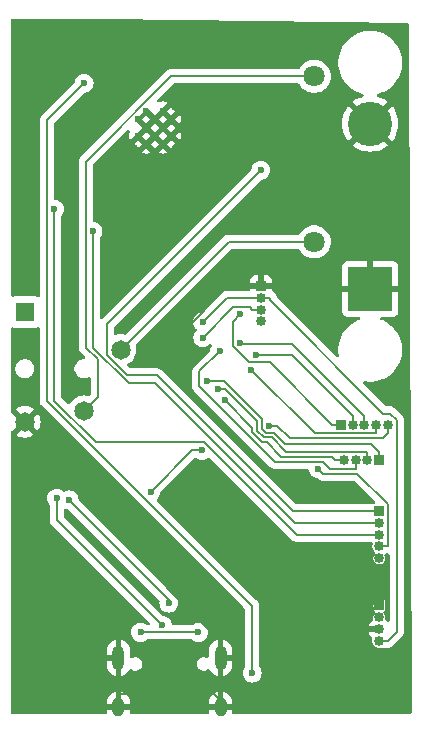
<source format=gbl>
G04 #@! TF.GenerationSoftware,KiCad,Pcbnew,8.0.4*
G04 #@! TF.CreationDate,2024-08-02T16:29:59-04:00*
G04 #@! TF.ProjectId,adcesp32,61646365-7370-4333-922e-6b696361645f,rev?*
G04 #@! TF.SameCoordinates,Original*
G04 #@! TF.FileFunction,Copper,L2,Bot*
G04 #@! TF.FilePolarity,Positive*
%FSLAX46Y46*%
G04 Gerber Fmt 4.6, Leading zero omitted, Abs format (unit mm)*
G04 Created by KiCad (PCBNEW 8.0.4) date 2024-08-02 16:29:59*
%MOMM*%
%LPD*%
G01*
G04 APERTURE LIST*
G04 #@! TA.AperFunction,ComponentPad*
%ADD10R,0.850000X0.850000*%
G04 #@! TD*
G04 #@! TA.AperFunction,ComponentPad*
%ADD11O,0.850000X0.850000*%
G04 #@! TD*
G04 #@! TA.AperFunction,ComponentPad*
%ADD12R,1.650000X1.650000*%
G04 #@! TD*
G04 #@! TA.AperFunction,ComponentPad*
%ADD13C,1.650000*%
G04 #@! TD*
G04 #@! TA.AperFunction,ComponentPad*
%ADD14O,1.000000X2.100000*%
G04 #@! TD*
G04 #@! TA.AperFunction,ComponentPad*
%ADD15O,1.000000X1.600000*%
G04 #@! TD*
G04 #@! TA.AperFunction,HeatsinkPad*
%ADD16C,0.600000*%
G04 #@! TD*
G04 #@! TA.AperFunction,ComponentPad*
%ADD17R,3.750000X3.750000*%
G04 #@! TD*
G04 #@! TA.AperFunction,ComponentPad*
%ADD18C,1.800000*%
G04 #@! TD*
G04 #@! TA.AperFunction,ComponentPad*
%ADD19C,3.750000*%
G04 #@! TD*
G04 #@! TA.AperFunction,ViaPad*
%ADD20C,0.600000*%
G04 #@! TD*
G04 #@! TA.AperFunction,Conductor*
%ADD21C,0.200000*%
G04 #@! TD*
G04 APERTURE END LIST*
D10*
X228250000Y-96000000D03*
D11*
X229250000Y-96000000D03*
X230250000Y-96000000D03*
X231250000Y-96000000D03*
X232250000Y-96000000D03*
D12*
X201500000Y-86450000D03*
D13*
X206500000Y-94850000D03*
X209600000Y-89650000D03*
X201500000Y-95750000D03*
D10*
X231500000Y-99000000D03*
D11*
X230500000Y-99000000D03*
X229500000Y-99000000D03*
X228500000Y-99000000D03*
D10*
X231505700Y-103294300D03*
D11*
X231505700Y-104294300D03*
X231505700Y-105294300D03*
X231505700Y-106294300D03*
X231505700Y-107294300D03*
D10*
X231505700Y-111294300D03*
D11*
X231505700Y-112294300D03*
X231505700Y-113294300D03*
X231505700Y-114294300D03*
D14*
X209430000Y-115720000D03*
D15*
X209430000Y-119900000D03*
D14*
X218070000Y-115720000D03*
D15*
X218070000Y-119900000D03*
D10*
X221500000Y-84250000D03*
D11*
X221500000Y-85250000D03*
X221500000Y-86250000D03*
X221500000Y-87250000D03*
D16*
X211100000Y-70130000D03*
X211100000Y-71530000D03*
X211800000Y-69430000D03*
X211800000Y-70830000D03*
X211800000Y-72230000D03*
X212500000Y-70130000D03*
X212500000Y-71530000D03*
X213200000Y-69430000D03*
X213200000Y-70830000D03*
X213200000Y-72230000D03*
X213900000Y-70130000D03*
X213900000Y-71530000D03*
D17*
X230750000Y-84500000D03*
D18*
X226000000Y-80500000D03*
D19*
X230750000Y-70500000D03*
D18*
X226000000Y-66500000D03*
D20*
X215280800Y-92275100D03*
X213552700Y-106372600D03*
X216200000Y-113575900D03*
X211300000Y-113567100D03*
X216563100Y-87291600D03*
X218423700Y-93925900D03*
X219724500Y-89088300D03*
X222164400Y-96071100D03*
X216574300Y-88611600D03*
X217857600Y-92979600D03*
X212140400Y-101679900D03*
X216500000Y-98162200D03*
X221093500Y-90122200D03*
X218000000Y-89760600D03*
X216905300Y-92283400D03*
X220651900Y-91344000D03*
X205250000Y-102351600D03*
X213699900Y-111102900D03*
X213136000Y-112974200D03*
X204198300Y-102228200D03*
X219729700Y-86655200D03*
X221478900Y-74445100D03*
X226355800Y-99724000D03*
X207268800Y-79599600D03*
X203998200Y-77733400D03*
X220750000Y-117027200D03*
X206513200Y-67080200D03*
D21*
X222476700Y-84500000D02*
X222226700Y-84250000D01*
X209430000Y-119900000D02*
X209430000Y-118798300D01*
X215280800Y-87709100D02*
X215280800Y-92275100D01*
X218070000Y-114547700D02*
X218070000Y-114368300D01*
X209430000Y-115720000D02*
X209430000Y-118798300D01*
X218070000Y-115345800D02*
X218070000Y-115720000D01*
X213200000Y-69430000D02*
X213900000Y-70130000D01*
X218070000Y-114971600D02*
X218070000Y-114547700D01*
X230750000Y-84500000D02*
X222476700Y-84500000D01*
X221500000Y-84250000D02*
X218739900Y-84250000D01*
X218070000Y-114368300D02*
X213552700Y-109851000D01*
X218739900Y-84250000D02*
X215280800Y-87709100D01*
X212500000Y-70130000D02*
X213200000Y-69430000D01*
X218070000Y-119349100D02*
X218070000Y-118798300D01*
X218070000Y-115345800D02*
X218070000Y-114971600D01*
X218070000Y-119900000D02*
X218070000Y-119349100D01*
X218070000Y-119349100D02*
X217519200Y-118798300D01*
X218070000Y-115720000D02*
X218070000Y-118798300D01*
X213552700Y-109851000D02*
X213552700Y-106372600D01*
X221500000Y-84250000D02*
X222226700Y-84250000D01*
X217519200Y-118798300D02*
X209430000Y-118798300D01*
X211100000Y-70130000D02*
X211800000Y-69430000D01*
X211300000Y-113567100D02*
X211308800Y-113575900D01*
X211308800Y-113575900D02*
X216200000Y-113575900D01*
X232418200Y-95048600D02*
X231858400Y-95048600D01*
X232977800Y-95608200D02*
X232418200Y-95048600D01*
X231505700Y-114294300D02*
X232232400Y-114294300D01*
X222226700Y-85416900D02*
X222226700Y-85250000D01*
X232232400Y-114294300D02*
X232977800Y-113548900D01*
X221628800Y-85250000D02*
X221500000Y-85250000D01*
X218604700Y-85250000D02*
X221500000Y-85250000D01*
X232977800Y-113548900D02*
X232977800Y-95608200D01*
X216563100Y-87291600D02*
X218604700Y-85250000D01*
X231858400Y-95048600D02*
X222226700Y-85416900D01*
X221628800Y-85250000D02*
X222226700Y-85250000D01*
X207661000Y-90452200D02*
X207661000Y-93689000D01*
X207661000Y-93689000D02*
X206500000Y-94850000D01*
X226000000Y-66500000D02*
X213876800Y-66500000D01*
X213876800Y-66500000D02*
X206665300Y-73711500D01*
X206665300Y-89456500D02*
X207661000Y-90452200D01*
X206665300Y-73711500D02*
X206665300Y-89456500D01*
X218750000Y-80500000D02*
X209600000Y-89650000D01*
X226000000Y-80500000D02*
X218750000Y-80500000D01*
X221582700Y-97476200D02*
X220759300Y-96652800D01*
X227773300Y-99000000D02*
X227472000Y-98698700D01*
X220759300Y-96261500D02*
X218423700Y-93925900D01*
X228500000Y-99000000D02*
X227773300Y-99000000D01*
X221974000Y-97476200D02*
X221582700Y-97476200D01*
X227472000Y-98698700D02*
X223196500Y-98698700D01*
X223196500Y-98698700D02*
X221974000Y-97476200D01*
X220759300Y-96652800D02*
X220759300Y-96261500D01*
X219773500Y-89137300D02*
X219724500Y-89088300D01*
X224114100Y-89137400D02*
X224114100Y-89137300D01*
X224114100Y-89137300D02*
X219773500Y-89137300D01*
X230250000Y-96000000D02*
X230250000Y-95273300D01*
X230250000Y-95273300D02*
X224114100Y-89137400D01*
X222820400Y-96071100D02*
X222164400Y-96071100D01*
X231815700Y-97161000D02*
X223910300Y-97161000D01*
X232250000Y-96726700D02*
X231815700Y-97161000D01*
X223910300Y-97161000D02*
X222820400Y-96071100D01*
X232250000Y-96000000D02*
X232250000Y-96726700D01*
X220576700Y-86053400D02*
X220773300Y-86250000D01*
X216574300Y-88611600D02*
X219132500Y-86053400D01*
X219132500Y-86053400D02*
X220576700Y-86053400D01*
X221500000Y-86250000D02*
X220773300Y-86250000D01*
X221161000Y-95719500D02*
X221161000Y-96486500D01*
X221749000Y-97074500D02*
X222394300Y-97074500D01*
X222394300Y-97074500D02*
X223593100Y-98273300D01*
X218421100Y-92979600D02*
X221161000Y-95719500D01*
X230500000Y-99000000D02*
X230500000Y-98273300D01*
X223593100Y-98273300D02*
X230500000Y-98273300D01*
X217857600Y-92979600D02*
X218421100Y-92979600D01*
X221161000Y-96486500D02*
X221749000Y-97074500D01*
X212140400Y-101679900D02*
X215658100Y-98162200D01*
X215658100Y-98162200D02*
X216500000Y-98162200D01*
X224098900Y-90122200D02*
X221093500Y-90122200D01*
X229250000Y-95273300D02*
X224098900Y-90122200D01*
X229250000Y-96000000D02*
X229250000Y-95273300D01*
X216275200Y-92736700D02*
X222660700Y-99122200D01*
X218000000Y-89760600D02*
X216275200Y-91485400D01*
X222660700Y-99122200D02*
X226737600Y-99122200D01*
X216275200Y-91485400D02*
X216275200Y-92736700D01*
X226737600Y-99122200D02*
X227342100Y-99726700D01*
X227342100Y-99726700D02*
X229500000Y-99726700D01*
X229500000Y-99000000D02*
X229500000Y-99726700D01*
X221915300Y-96672800D02*
X222568500Y-96672800D01*
X223517700Y-97622000D02*
X230848700Y-97622000D01*
X231500000Y-99000000D02*
X231500000Y-98273300D01*
X216905300Y-92283400D02*
X218322000Y-92283400D01*
X221562700Y-95524100D02*
X221562700Y-96320200D01*
X230848700Y-97622000D02*
X231500000Y-98273300D01*
X218322000Y-92283400D02*
X221562700Y-95524100D01*
X222568500Y-96672800D02*
X223517700Y-97622000D01*
X221562700Y-96320200D02*
X221915300Y-96672800D01*
X231250000Y-96000000D02*
X231250000Y-96726700D01*
X226034600Y-96726700D02*
X220651900Y-91344000D01*
X231250000Y-96726700D02*
X226034600Y-96726700D01*
X213699900Y-111102900D02*
X213699900Y-110801500D01*
X213699900Y-110801500D02*
X205250000Y-102351600D01*
X204198300Y-104036500D02*
X204198300Y-102228200D01*
X213136000Y-112974200D02*
X204198300Y-104036500D01*
X222247300Y-90724000D02*
X220497800Y-90724000D01*
X219115300Y-89341500D02*
X219115300Y-87269600D01*
X227523300Y-96000000D02*
X222247300Y-90724000D01*
X219115300Y-87269600D02*
X219729700Y-86655200D01*
X220497800Y-90724000D02*
X219115300Y-89341500D01*
X228250000Y-96000000D02*
X227523300Y-96000000D01*
X208455500Y-90108500D02*
X208455500Y-87468500D01*
X212698500Y-91817100D02*
X210164100Y-91817100D01*
X208455500Y-87468500D02*
X221478900Y-74445100D01*
X210164100Y-91817100D02*
X208455500Y-90108500D01*
X230779000Y-103294300D02*
X224175700Y-103294300D01*
X224175700Y-103294300D02*
X212698500Y-91817100D01*
X231505700Y-103294300D02*
X230779000Y-103294300D01*
X226760200Y-100128400D02*
X226355800Y-99724000D01*
X231505700Y-106294300D02*
X232232400Y-106294300D01*
X232232400Y-106294300D02*
X232232400Y-102728500D01*
X229632300Y-100128400D02*
X226760200Y-100128400D01*
X232232400Y-102728500D02*
X229632300Y-100128400D01*
X210279300Y-92502400D02*
X207268800Y-89491900D01*
X224348400Y-104294300D02*
X212556500Y-92502400D01*
X207268800Y-89491900D02*
X207268800Y-79599600D01*
X212556500Y-92502400D02*
X210279300Y-92502400D01*
X231505700Y-104294300D02*
X224348400Y-104294300D01*
X224521000Y-105294300D02*
X216676500Y-97449800D01*
X231505700Y-105294300D02*
X224521000Y-105294300D01*
X203998200Y-93958000D02*
X203998200Y-77733400D01*
X216676500Y-97449800D02*
X207490000Y-97449800D01*
X207490000Y-97449800D02*
X203998200Y-93958000D01*
X220750000Y-117027200D02*
X220750000Y-111346400D01*
X220750000Y-111346400D02*
X203358300Y-93954700D01*
X203358300Y-93954700D02*
X203358300Y-70235100D01*
X203358300Y-70235100D02*
X206513200Y-67080200D01*
G04 #@! TA.AperFunction,Conductor*
G36*
X208350945Y-61620014D02*
G01*
X233878359Y-61998197D01*
X233945097Y-62018872D01*
X233990065Y-62072348D01*
X234000519Y-62121653D01*
X234175993Y-103182300D01*
X234248504Y-120150000D01*
X234249466Y-120374970D01*
X234230068Y-120442093D01*
X234177460Y-120488073D01*
X234125467Y-120499500D01*
X219181112Y-120499500D01*
X219114073Y-120479815D01*
X219068318Y-120427011D01*
X219058374Y-120357853D01*
X219059494Y-120351310D01*
X219070000Y-120298489D01*
X219070000Y-120150000D01*
X218370000Y-120150000D01*
X218370000Y-119650000D01*
X219070000Y-119650000D01*
X219070000Y-119501508D01*
X219069999Y-119501504D01*
X219031572Y-119308318D01*
X219031569Y-119308306D01*
X218956192Y-119126328D01*
X218956185Y-119126315D01*
X218846751Y-118962537D01*
X218846748Y-118962533D01*
X218707466Y-118823251D01*
X218707462Y-118823248D01*
X218543684Y-118713814D01*
X218543671Y-118713807D01*
X218361691Y-118638429D01*
X218361683Y-118638427D01*
X218320000Y-118630135D01*
X218320000Y-119433011D01*
X218310060Y-119415795D01*
X218254205Y-119359940D01*
X218185796Y-119320444D01*
X218109496Y-119300000D01*
X218030504Y-119300000D01*
X217954204Y-119320444D01*
X217885795Y-119359940D01*
X217829940Y-119415795D01*
X217820000Y-119433011D01*
X217820000Y-118630136D01*
X217819999Y-118630135D01*
X217778316Y-118638427D01*
X217778308Y-118638429D01*
X217596328Y-118713807D01*
X217596315Y-118713814D01*
X217432537Y-118823248D01*
X217432533Y-118823251D01*
X217293251Y-118962533D01*
X217293248Y-118962537D01*
X217183814Y-119126315D01*
X217183807Y-119126328D01*
X217108430Y-119308306D01*
X217108427Y-119308318D01*
X217070000Y-119501504D01*
X217070000Y-119650000D01*
X217770000Y-119650000D01*
X217770000Y-120150000D01*
X217070000Y-120150000D01*
X217070000Y-120298489D01*
X217080506Y-120351310D01*
X217074277Y-120420902D01*
X217031414Y-120476078D01*
X216965524Y-120499322D01*
X216958888Y-120499500D01*
X210541112Y-120499500D01*
X210474073Y-120479815D01*
X210428318Y-120427011D01*
X210418374Y-120357853D01*
X210419494Y-120351310D01*
X210430000Y-120298489D01*
X210430000Y-120150000D01*
X209730000Y-120150000D01*
X209730000Y-119650000D01*
X210430000Y-119650000D01*
X210430000Y-119501508D01*
X210429999Y-119501504D01*
X210391572Y-119308318D01*
X210391569Y-119308306D01*
X210316192Y-119126328D01*
X210316185Y-119126315D01*
X210206751Y-118962537D01*
X210206748Y-118962533D01*
X210067466Y-118823251D01*
X210067462Y-118823248D01*
X209903684Y-118713814D01*
X209903671Y-118713807D01*
X209721691Y-118638429D01*
X209721683Y-118638427D01*
X209680000Y-118630135D01*
X209680000Y-119433011D01*
X209670060Y-119415795D01*
X209614205Y-119359940D01*
X209545796Y-119320444D01*
X209469496Y-119300000D01*
X209390504Y-119300000D01*
X209314204Y-119320444D01*
X209245795Y-119359940D01*
X209189940Y-119415795D01*
X209180000Y-119433011D01*
X209180000Y-118630136D01*
X209179999Y-118630135D01*
X209138316Y-118638427D01*
X209138308Y-118638429D01*
X208956328Y-118713807D01*
X208956315Y-118713814D01*
X208792537Y-118823248D01*
X208792533Y-118823251D01*
X208653251Y-118962533D01*
X208653248Y-118962537D01*
X208543814Y-119126315D01*
X208543807Y-119126328D01*
X208468430Y-119308306D01*
X208468427Y-119308318D01*
X208430000Y-119501504D01*
X208430000Y-119650000D01*
X209130000Y-119650000D01*
X209130000Y-120150000D01*
X208430000Y-120150000D01*
X208430000Y-120298489D01*
X208440506Y-120351310D01*
X208434277Y-120420902D01*
X208391414Y-120476078D01*
X208325524Y-120499322D01*
X208318888Y-120499500D01*
X200474500Y-120499500D01*
X200407461Y-120479815D01*
X200361706Y-120427011D01*
X200350500Y-120375500D01*
X200350500Y-115071504D01*
X208430000Y-115071504D01*
X208430000Y-115470000D01*
X209130000Y-115470000D01*
X209130000Y-115970000D01*
X208430000Y-115970000D01*
X208430000Y-116368495D01*
X208468427Y-116561681D01*
X208468430Y-116561693D01*
X208543807Y-116743671D01*
X208543814Y-116743684D01*
X208653248Y-116907462D01*
X208653251Y-116907466D01*
X208792533Y-117046748D01*
X208792537Y-117046751D01*
X208956315Y-117156185D01*
X208956328Y-117156192D01*
X209138308Y-117231569D01*
X209180000Y-117239862D01*
X209180000Y-116436988D01*
X209189940Y-116454205D01*
X209245795Y-116510060D01*
X209314204Y-116549556D01*
X209390504Y-116570000D01*
X209469496Y-116570000D01*
X209545796Y-116549556D01*
X209614205Y-116510060D01*
X209670060Y-116454205D01*
X209680000Y-116436988D01*
X209680000Y-117239862D01*
X209721690Y-117231569D01*
X209721692Y-117231569D01*
X209903671Y-117156192D01*
X209903684Y-117156185D01*
X210067462Y-117046751D01*
X210067466Y-117046748D01*
X210206748Y-116907466D01*
X210206751Y-116907462D01*
X210319574Y-116738613D01*
X210321007Y-116739570D01*
X210364198Y-116695580D01*
X210432332Y-116680103D01*
X210498018Y-116703919D01*
X210500089Y-116705697D01*
X210500189Y-116705568D01*
X210506630Y-116710510D01*
X210506635Y-116710515D01*
X210637865Y-116786281D01*
X210784234Y-116825500D01*
X210784236Y-116825500D01*
X210935764Y-116825500D01*
X210935766Y-116825500D01*
X211082135Y-116786281D01*
X211213365Y-116710515D01*
X211320515Y-116603365D01*
X211396281Y-116472135D01*
X211435500Y-116325766D01*
X211435500Y-116174234D01*
X216064500Y-116174234D01*
X216064500Y-116325765D01*
X216103719Y-116472136D01*
X216130745Y-116518945D01*
X216179485Y-116603365D01*
X216286635Y-116710515D01*
X216417865Y-116786281D01*
X216564234Y-116825500D01*
X216564236Y-116825500D01*
X216715764Y-116825500D01*
X216715766Y-116825500D01*
X216862135Y-116786281D01*
X216993365Y-116710515D01*
X216993372Y-116710507D01*
X216999811Y-116705568D01*
X217002044Y-116708478D01*
X217048258Y-116682865D01*
X217117980Y-116687411D01*
X217174176Y-116728930D01*
X217180394Y-116738634D01*
X217180426Y-116738613D01*
X217293248Y-116907462D01*
X217293251Y-116907466D01*
X217432533Y-117046748D01*
X217432537Y-117046751D01*
X217596315Y-117156185D01*
X217596328Y-117156192D01*
X217778308Y-117231569D01*
X217820000Y-117239862D01*
X217820000Y-116436988D01*
X217829940Y-116454205D01*
X217885795Y-116510060D01*
X217954204Y-116549556D01*
X218030504Y-116570000D01*
X218109496Y-116570000D01*
X218185796Y-116549556D01*
X218254205Y-116510060D01*
X218310060Y-116454205D01*
X218320000Y-116436988D01*
X218320000Y-117239862D01*
X218361690Y-117231569D01*
X218361692Y-117231569D01*
X218543671Y-117156192D01*
X218543684Y-117156185D01*
X218707462Y-117046751D01*
X218707466Y-117046748D01*
X218846748Y-116907466D01*
X218846751Y-116907462D01*
X218956185Y-116743684D01*
X218956192Y-116743671D01*
X219031569Y-116561693D01*
X219031572Y-116561681D01*
X219069999Y-116368495D01*
X219070000Y-116368492D01*
X219070000Y-115970000D01*
X218370000Y-115970000D01*
X218370000Y-115470000D01*
X219070000Y-115470000D01*
X219070000Y-115071508D01*
X219069999Y-115071504D01*
X219031572Y-114878318D01*
X219031569Y-114878306D01*
X218956192Y-114696328D01*
X218956185Y-114696315D01*
X218846751Y-114532537D01*
X218846748Y-114532533D01*
X218707466Y-114393251D01*
X218707462Y-114393248D01*
X218543684Y-114283814D01*
X218543671Y-114283807D01*
X218361691Y-114208429D01*
X218361683Y-114208427D01*
X218320000Y-114200135D01*
X218320000Y-115003011D01*
X218310060Y-114985795D01*
X218254205Y-114929940D01*
X218185796Y-114890444D01*
X218109496Y-114870000D01*
X218030504Y-114870000D01*
X217954204Y-114890444D01*
X217885795Y-114929940D01*
X217829940Y-114985795D01*
X217820000Y-115003011D01*
X217820000Y-114200136D01*
X217819999Y-114200135D01*
X217778316Y-114208427D01*
X217778308Y-114208429D01*
X217596328Y-114283807D01*
X217596315Y-114283814D01*
X217432537Y-114393248D01*
X217432533Y-114393251D01*
X217293251Y-114532533D01*
X217293248Y-114532537D01*
X217183814Y-114696315D01*
X217183807Y-114696328D01*
X217108430Y-114878306D01*
X217108427Y-114878318D01*
X217070000Y-115071504D01*
X217070000Y-115618955D01*
X217050315Y-115685994D01*
X216997511Y-115731749D01*
X216928353Y-115741693D01*
X216884000Y-115726342D01*
X216862138Y-115713720D01*
X216862135Y-115713719D01*
X216715766Y-115674500D01*
X216564234Y-115674500D01*
X216417863Y-115713719D01*
X216286635Y-115789485D01*
X216286632Y-115789487D01*
X216179487Y-115896632D01*
X216179485Y-115896635D01*
X216103719Y-116027863D01*
X216064500Y-116174234D01*
X211435500Y-116174234D01*
X211396281Y-116027865D01*
X211320515Y-115896635D01*
X211213365Y-115789485D01*
X211103999Y-115726342D01*
X211082136Y-115713719D01*
X211008950Y-115694109D01*
X210935766Y-115674500D01*
X210784234Y-115674500D01*
X210637865Y-115713719D01*
X210637864Y-115713719D01*
X210637862Y-115713720D01*
X210637861Y-115713720D01*
X210616000Y-115726342D01*
X210548099Y-115742815D01*
X210482073Y-115719962D01*
X210438882Y-115665041D01*
X210430000Y-115618955D01*
X210430000Y-115071508D01*
X210429999Y-115071504D01*
X210391572Y-114878318D01*
X210391569Y-114878306D01*
X210316192Y-114696328D01*
X210316185Y-114696315D01*
X210206751Y-114532537D01*
X210206748Y-114532533D01*
X210067466Y-114393251D01*
X210067462Y-114393248D01*
X209903684Y-114283814D01*
X209903671Y-114283807D01*
X209721691Y-114208429D01*
X209721683Y-114208427D01*
X209680000Y-114200135D01*
X209680000Y-115003011D01*
X209670060Y-114985795D01*
X209614205Y-114929940D01*
X209545796Y-114890444D01*
X209469496Y-114870000D01*
X209390504Y-114870000D01*
X209314204Y-114890444D01*
X209245795Y-114929940D01*
X209189940Y-114985795D01*
X209180000Y-115003011D01*
X209180000Y-114200136D01*
X209179999Y-114200135D01*
X209138316Y-114208427D01*
X209138308Y-114208429D01*
X208956328Y-114283807D01*
X208956315Y-114283814D01*
X208792537Y-114393248D01*
X208792533Y-114393251D01*
X208653251Y-114532533D01*
X208653248Y-114532537D01*
X208543814Y-114696315D01*
X208543807Y-114696328D01*
X208468430Y-114878306D01*
X208468427Y-114878318D01*
X208430000Y-115071504D01*
X200350500Y-115071504D01*
X200350500Y-102228196D01*
X203392735Y-102228196D01*
X203392735Y-102228203D01*
X203412930Y-102407449D01*
X203412931Y-102407454D01*
X203472511Y-102577723D01*
X203568485Y-102730463D01*
X203570745Y-102733297D01*
X203571634Y-102735475D01*
X203572189Y-102736358D01*
X203572034Y-102736455D01*
X203597155Y-102797983D01*
X203597800Y-102810612D01*
X203597800Y-103949830D01*
X203597799Y-103949848D01*
X203597799Y-104115554D01*
X203597798Y-104115554D01*
X203638723Y-104268285D01*
X203653743Y-104294300D01*
X203653742Y-104294300D01*
X203653743Y-104294301D01*
X203717775Y-104405209D01*
X203717781Y-104405217D01*
X203836649Y-104524085D01*
X203836655Y-104524090D01*
X212076283Y-112763719D01*
X212109768Y-112825042D01*
X212104784Y-112894734D01*
X212062912Y-112950667D01*
X211997448Y-112975084D01*
X211988602Y-112975400D01*
X211891740Y-112975400D01*
X211824701Y-112955715D01*
X211804059Y-112939081D01*
X211802262Y-112937284D01*
X211649523Y-112841311D01*
X211479254Y-112781731D01*
X211479249Y-112781730D01*
X211300004Y-112761535D01*
X211299996Y-112761535D01*
X211120750Y-112781730D01*
X211120745Y-112781731D01*
X210950476Y-112841311D01*
X210797737Y-112937284D01*
X210670184Y-113064837D01*
X210574211Y-113217576D01*
X210514631Y-113387845D01*
X210514630Y-113387850D01*
X210494435Y-113567096D01*
X210494435Y-113567103D01*
X210514630Y-113746349D01*
X210514631Y-113746354D01*
X210574211Y-113916623D01*
X210665882Y-114062516D01*
X210670184Y-114069362D01*
X210797738Y-114196916D01*
X210950478Y-114292889D01*
X211120745Y-114352468D01*
X211120750Y-114352469D01*
X211299996Y-114372665D01*
X211300000Y-114372665D01*
X211300004Y-114372665D01*
X211479249Y-114352469D01*
X211479252Y-114352468D01*
X211479255Y-114352468D01*
X211649522Y-114292889D01*
X211802262Y-114196916D01*
X211802262Y-114196915D01*
X211804665Y-114195406D01*
X211870637Y-114176400D01*
X215617588Y-114176400D01*
X215684627Y-114196085D01*
X215694903Y-114203455D01*
X215697736Y-114205714D01*
X215697738Y-114205716D01*
X215850478Y-114301689D01*
X215995596Y-114352468D01*
X216020745Y-114361268D01*
X216020750Y-114361269D01*
X216199996Y-114381465D01*
X216200000Y-114381465D01*
X216200004Y-114381465D01*
X216379249Y-114361269D01*
X216379252Y-114361268D01*
X216379255Y-114361268D01*
X216549522Y-114301689D01*
X216702262Y-114205716D01*
X216829816Y-114078162D01*
X216925789Y-113925422D01*
X216985368Y-113755155D01*
X216986360Y-113746354D01*
X217005565Y-113575903D01*
X217005565Y-113575896D01*
X216985369Y-113396650D01*
X216985368Y-113396645D01*
X216982289Y-113387845D01*
X216925789Y-113226378D01*
X216920258Y-113217576D01*
X216879485Y-113152686D01*
X216829816Y-113073638D01*
X216702262Y-112946084D01*
X216688257Y-112937284D01*
X216549523Y-112850111D01*
X216379254Y-112790531D01*
X216379249Y-112790530D01*
X216200004Y-112770335D01*
X216199996Y-112770335D01*
X216020750Y-112790530D01*
X216020745Y-112790531D01*
X215850476Y-112850111D01*
X215697736Y-112946085D01*
X215694903Y-112948345D01*
X215692724Y-112949234D01*
X215691842Y-112949789D01*
X215691744Y-112949634D01*
X215630217Y-112974755D01*
X215617588Y-112975400D01*
X214052514Y-112975400D01*
X213985475Y-112955715D01*
X213939720Y-112902911D01*
X213929294Y-112865284D01*
X213921369Y-112794949D01*
X213921368Y-112794945D01*
X213912757Y-112770335D01*
X213861789Y-112624678D01*
X213861316Y-112623926D01*
X213765815Y-112471937D01*
X213638262Y-112344384D01*
X213485521Y-112248410D01*
X213315249Y-112188830D01*
X213228331Y-112179037D01*
X213163917Y-112151970D01*
X213154534Y-112143498D01*
X204835119Y-103824083D01*
X204801634Y-103762760D01*
X204798800Y-103736402D01*
X204798800Y-103216572D01*
X204818485Y-103149533D01*
X204871289Y-103103778D01*
X204940447Y-103093834D01*
X204963755Y-103099531D01*
X205070741Y-103136967D01*
X205070742Y-103136967D01*
X205070745Y-103136968D01*
X205157669Y-103146761D01*
X205222080Y-103173826D01*
X205231465Y-103182300D01*
X212878207Y-110829042D01*
X212911692Y-110890365D01*
X212913746Y-110930606D01*
X212894335Y-111102895D01*
X212894335Y-111102903D01*
X212914530Y-111282149D01*
X212914531Y-111282154D01*
X212974111Y-111452423D01*
X213040963Y-111558816D01*
X213070084Y-111605162D01*
X213197638Y-111732716D01*
X213350378Y-111828689D01*
X213520645Y-111888268D01*
X213520650Y-111888269D01*
X213699896Y-111908465D01*
X213699900Y-111908465D01*
X213699904Y-111908465D01*
X213879149Y-111888269D01*
X213879152Y-111888268D01*
X213879155Y-111888268D01*
X214049422Y-111828689D01*
X214202162Y-111732716D01*
X214329716Y-111605162D01*
X214425689Y-111452422D01*
X214485268Y-111282155D01*
X214504145Y-111114615D01*
X214505465Y-111102903D01*
X214505465Y-111102896D01*
X214485269Y-110923650D01*
X214485268Y-110923645D01*
X214425688Y-110753376D01*
X214329715Y-110600637D01*
X214217313Y-110488235D01*
X214197610Y-110462559D01*
X214180420Y-110432784D01*
X214068616Y-110320980D01*
X214068615Y-110320979D01*
X214064285Y-110316649D01*
X214064274Y-110316639D01*
X206080700Y-102333065D01*
X206047215Y-102271742D01*
X206045163Y-102259286D01*
X206035368Y-102172345D01*
X205975789Y-102002078D01*
X205879816Y-101849338D01*
X205752262Y-101721784D01*
X205705450Y-101692370D01*
X205599523Y-101625811D01*
X205429254Y-101566231D01*
X205429249Y-101566230D01*
X205250004Y-101546035D01*
X205249996Y-101546035D01*
X205070750Y-101566230D01*
X205070737Y-101566233D01*
X204900482Y-101625808D01*
X204888883Y-101633096D01*
X204878275Y-101639761D01*
X204811040Y-101658760D01*
X204744205Y-101638391D01*
X204724625Y-101622447D01*
X204700562Y-101598384D01*
X204547823Y-101502411D01*
X204377554Y-101442831D01*
X204377549Y-101442830D01*
X204198304Y-101422635D01*
X204198296Y-101422635D01*
X204019050Y-101442830D01*
X204019045Y-101442831D01*
X203848776Y-101502411D01*
X203696037Y-101598384D01*
X203568484Y-101725937D01*
X203472511Y-101878676D01*
X203412931Y-102048945D01*
X203412930Y-102048950D01*
X203392735Y-102228196D01*
X200350500Y-102228196D01*
X200350500Y-96597308D01*
X200370185Y-96530269D01*
X200386819Y-96509627D01*
X200976212Y-95920233D01*
X200987482Y-95962292D01*
X201059890Y-96087708D01*
X201162292Y-96190110D01*
X201287708Y-96262518D01*
X201329765Y-96273787D01*
X200756576Y-96846975D01*
X200834969Y-96901867D01*
X201045090Y-96999847D01*
X201045099Y-96999851D01*
X201269031Y-97059852D01*
X201269041Y-97059854D01*
X201499999Y-97080061D01*
X201500001Y-97080061D01*
X201730958Y-97059854D01*
X201730968Y-97059852D01*
X201954900Y-96999851D01*
X201954909Y-96999847D01*
X202165030Y-96901867D01*
X202165034Y-96901865D01*
X202243422Y-96846976D01*
X202243422Y-96846975D01*
X201670235Y-96273787D01*
X201712292Y-96262518D01*
X201837708Y-96190110D01*
X201940110Y-96087708D01*
X202012518Y-95962292D01*
X202023787Y-95920234D01*
X202596975Y-96493422D01*
X202596976Y-96493422D01*
X202651865Y-96415034D01*
X202651867Y-96415030D01*
X202749847Y-96204909D01*
X202749851Y-96204900D01*
X202809852Y-95980968D01*
X202809854Y-95980958D01*
X202830061Y-95750000D01*
X202830061Y-95749999D01*
X202809854Y-95519041D01*
X202809852Y-95519031D01*
X202749851Y-95295099D01*
X202749847Y-95295090D01*
X202651867Y-95084971D01*
X202651866Y-95084969D01*
X202596975Y-95006577D01*
X202596975Y-95006576D01*
X202023787Y-95579764D01*
X202012518Y-95537708D01*
X201940110Y-95412292D01*
X201837708Y-95309890D01*
X201712292Y-95237482D01*
X201670234Y-95226212D01*
X202243422Y-94653023D01*
X202165030Y-94598133D01*
X201954909Y-94500152D01*
X201954900Y-94500148D01*
X201730968Y-94440147D01*
X201730958Y-94440145D01*
X201500001Y-94419939D01*
X201499999Y-94419939D01*
X201269041Y-94440145D01*
X201269031Y-94440147D01*
X201045099Y-94500148D01*
X201045090Y-94500152D01*
X200834967Y-94598134D01*
X200756576Y-94653022D01*
X201329766Y-95226212D01*
X201287708Y-95237482D01*
X201162292Y-95309890D01*
X201059890Y-95412292D01*
X200987482Y-95537708D01*
X200976212Y-95579765D01*
X200386819Y-94990372D01*
X200353334Y-94929049D01*
X200350500Y-94902691D01*
X200350500Y-91171153D01*
X200699500Y-91171153D01*
X200699500Y-91328846D01*
X200730261Y-91483489D01*
X200730264Y-91483501D01*
X200790602Y-91629172D01*
X200790609Y-91629185D01*
X200878210Y-91760288D01*
X200878213Y-91760292D01*
X200989707Y-91871786D01*
X200989711Y-91871789D01*
X201120814Y-91959390D01*
X201120827Y-91959397D01*
X201266498Y-92019735D01*
X201266503Y-92019737D01*
X201421153Y-92050499D01*
X201421156Y-92050500D01*
X201421158Y-92050500D01*
X201578844Y-92050500D01*
X201578845Y-92050499D01*
X201733497Y-92019737D01*
X201879179Y-91959394D01*
X202010289Y-91871789D01*
X202121789Y-91760289D01*
X202209394Y-91629179D01*
X202269737Y-91483497D01*
X202300500Y-91328842D01*
X202300500Y-91171158D01*
X202300500Y-91171155D01*
X202300499Y-91171153D01*
X202299224Y-91164745D01*
X202269737Y-91016503D01*
X202264922Y-91004878D01*
X202209397Y-90870827D01*
X202209390Y-90870814D01*
X202121789Y-90739711D01*
X202121786Y-90739707D01*
X202010292Y-90628213D01*
X202010288Y-90628210D01*
X201879185Y-90540609D01*
X201879172Y-90540602D01*
X201733501Y-90480264D01*
X201733489Y-90480261D01*
X201578845Y-90449500D01*
X201578842Y-90449500D01*
X201421158Y-90449500D01*
X201421155Y-90449500D01*
X201266510Y-90480261D01*
X201266498Y-90480264D01*
X201120827Y-90540602D01*
X201120814Y-90540609D01*
X200989711Y-90628210D01*
X200989707Y-90628213D01*
X200878213Y-90739707D01*
X200878210Y-90739711D01*
X200790609Y-90870814D01*
X200790602Y-90870827D01*
X200730264Y-91016498D01*
X200730261Y-91016510D01*
X200699500Y-91171153D01*
X200350500Y-91171153D01*
X200350500Y-87866742D01*
X200370185Y-87799703D01*
X200422989Y-87753948D01*
X200492147Y-87744004D01*
X200517830Y-87750559D01*
X200567517Y-87769091D01*
X200627127Y-87775500D01*
X202372872Y-87775499D01*
X202432483Y-87769091D01*
X202567331Y-87718796D01*
X202567333Y-87718793D01*
X202574371Y-87714952D01*
X202642644Y-87700099D01*
X202708108Y-87724514D01*
X202749981Y-87780447D01*
X202757800Y-87823783D01*
X202757800Y-93868030D01*
X202757799Y-93868048D01*
X202757799Y-94033754D01*
X202757798Y-94033754D01*
X202757799Y-94033757D01*
X202798723Y-94186485D01*
X202824091Y-94230423D01*
X202877779Y-94323414D01*
X202877781Y-94323417D01*
X202996649Y-94442285D01*
X202996655Y-94442290D01*
X220113181Y-111558816D01*
X220146666Y-111620139D01*
X220149500Y-111646497D01*
X220149500Y-116444787D01*
X220129815Y-116511826D01*
X220122450Y-116522096D01*
X220120186Y-116524934D01*
X220024211Y-116677676D01*
X219964631Y-116847945D01*
X219964630Y-116847950D01*
X219944435Y-117027196D01*
X219944435Y-117027203D01*
X219964630Y-117206449D01*
X219964631Y-117206454D01*
X220024211Y-117376723D01*
X220120184Y-117529462D01*
X220247738Y-117657016D01*
X220400478Y-117752989D01*
X220570745Y-117812568D01*
X220570750Y-117812569D01*
X220749996Y-117832765D01*
X220750000Y-117832765D01*
X220750004Y-117832765D01*
X220929249Y-117812569D01*
X220929252Y-117812568D01*
X220929255Y-117812568D01*
X221099522Y-117752989D01*
X221252262Y-117657016D01*
X221379816Y-117529462D01*
X221475789Y-117376722D01*
X221535368Y-117206455D01*
X221535369Y-117206449D01*
X221555565Y-117027203D01*
X221555565Y-117027196D01*
X221535369Y-116847950D01*
X221535368Y-116847945D01*
X221482053Y-116695580D01*
X221475789Y-116677678D01*
X221379816Y-116524938D01*
X221379814Y-116524936D01*
X221379813Y-116524934D01*
X221377550Y-116522096D01*
X221376659Y-116519915D01*
X221376111Y-116519042D01*
X221376264Y-116518945D01*
X221351144Y-116457409D01*
X221350500Y-116444787D01*
X221350500Y-111435459D01*
X221350501Y-111435446D01*
X221350501Y-111267345D01*
X221350501Y-111267343D01*
X221309577Y-111114615D01*
X221235890Y-110986986D01*
X221230520Y-110977684D01*
X221118716Y-110865880D01*
X221118715Y-110865879D01*
X221114385Y-110861549D01*
X221114374Y-110861539D01*
X212690287Y-102437452D01*
X212656802Y-102376129D01*
X212661786Y-102306437D01*
X212690283Y-102262094D01*
X212770216Y-102182162D01*
X212866189Y-102029422D01*
X212925768Y-101859155D01*
X212935561Y-101772229D01*
X212962626Y-101707818D01*
X212971090Y-101698443D01*
X215853987Y-98815547D01*
X215915308Y-98782064D01*
X215985000Y-98787048D01*
X216007638Y-98798237D01*
X216150473Y-98887987D01*
X216150477Y-98887988D01*
X216150478Y-98887989D01*
X216320745Y-98947568D01*
X216320750Y-98947569D01*
X216499996Y-98967765D01*
X216500000Y-98967765D01*
X216500004Y-98967765D01*
X216679249Y-98947569D01*
X216679252Y-98947568D01*
X216679255Y-98947568D01*
X216849522Y-98887989D01*
X217002262Y-98792016D01*
X217002265Y-98792013D01*
X217007710Y-98787672D01*
X217009513Y-98789933D01*
X217059371Y-98762633D01*
X217129068Y-98767535D01*
X217173552Y-98796087D01*
X224036139Y-105658674D01*
X224036149Y-105658685D01*
X224040479Y-105663015D01*
X224040480Y-105663016D01*
X224152284Y-105774820D01*
X224239095Y-105824939D01*
X224239097Y-105824941D01*
X224289213Y-105853876D01*
X224289215Y-105853877D01*
X224441942Y-105894800D01*
X224441943Y-105894800D01*
X230830014Y-105894800D01*
X230897053Y-105914485D01*
X230942808Y-105967289D01*
X230952752Y-106036447D01*
X230947787Y-106054547D01*
X230948227Y-106054665D01*
X230905200Y-106215243D01*
X230905200Y-106373356D01*
X230946123Y-106526083D01*
X230946126Y-106526090D01*
X231025175Y-106663009D01*
X231025181Y-106663017D01*
X231139493Y-106777329D01*
X231172978Y-106838652D01*
X231167994Y-106908344D01*
X231139495Y-106952689D01*
X231105203Y-106986981D01*
X231105200Y-106986986D01*
X231039308Y-107101112D01*
X231005200Y-107228408D01*
X231005200Y-107360191D01*
X231039308Y-107487487D01*
X231072254Y-107544550D01*
X231105200Y-107601614D01*
X231198386Y-107694800D01*
X231312514Y-107760692D01*
X231439808Y-107794800D01*
X231439810Y-107794800D01*
X231571590Y-107794800D01*
X231571592Y-107794800D01*
X231698886Y-107760692D01*
X231813014Y-107694800D01*
X231906200Y-107601614D01*
X231972092Y-107487486D01*
X232006200Y-107360192D01*
X232006200Y-107228408D01*
X231972092Y-107101114D01*
X231960363Y-107080800D01*
X231943891Y-107012901D01*
X231966743Y-106946874D01*
X232021664Y-106903683D01*
X232067751Y-106894800D01*
X232253300Y-106894800D01*
X232320339Y-106914485D01*
X232366094Y-106967289D01*
X232377300Y-107018800D01*
X232377300Y-112556887D01*
X232357615Y-112623926D01*
X232304811Y-112669681D01*
X232235653Y-112679625D01*
X232172097Y-112650600D01*
X232161151Y-112639860D01*
X232128061Y-112603110D01*
X232128057Y-112603107D01*
X232040520Y-112539507D01*
X231997855Y-112484177D01*
X231991876Y-112414563D01*
X231993626Y-112407117D01*
X232006200Y-112360192D01*
X232006200Y-112228408D01*
X231972092Y-112101114D01*
X231906200Y-111986986D01*
X231893977Y-111974763D01*
X231860492Y-111913440D01*
X231865476Y-111843748D01*
X231907348Y-111787815D01*
X231939857Y-111773322D01*
X231939120Y-111771543D01*
X231950397Y-111766871D01*
X231950404Y-111766870D01*
X231967108Y-111755708D01*
X231978270Y-111739004D01*
X231981200Y-111724273D01*
X231981199Y-111469819D01*
X231985424Y-111437726D01*
X232006200Y-111360192D01*
X232006200Y-111228408D01*
X231985424Y-111150870D01*
X231981199Y-111118777D01*
X231981199Y-110864332D01*
X231981199Y-110864328D01*
X231978270Y-110849596D01*
X231978267Y-110849591D01*
X231967109Y-110832892D01*
X231950404Y-110821730D01*
X231950405Y-110821730D01*
X231945493Y-110820753D01*
X231935673Y-110818800D01*
X231935671Y-110818800D01*
X231681220Y-110818800D01*
X231649128Y-110814575D01*
X231571593Y-110793800D01*
X231571592Y-110793800D01*
X231439808Y-110793800D01*
X231439806Y-110793800D01*
X231362271Y-110814575D01*
X231330179Y-110818800D01*
X231075732Y-110818800D01*
X231075721Y-110818802D01*
X231060997Y-110821729D01*
X231060991Y-110821732D01*
X231044292Y-110832890D01*
X231033130Y-110849594D01*
X231031665Y-110856961D01*
X231030202Y-110864321D01*
X231030200Y-110864329D01*
X231030200Y-111118779D01*
X231025975Y-111150871D01*
X231005200Y-111228406D01*
X231005200Y-111360193D01*
X231025975Y-111437728D01*
X231030200Y-111469820D01*
X231030200Y-111724267D01*
X231030202Y-111724278D01*
X231033129Y-111739002D01*
X231033132Y-111739008D01*
X231044290Y-111755707D01*
X231044293Y-111755709D01*
X231060996Y-111766870D01*
X231060998Y-111766870D01*
X231072282Y-111771545D01*
X231071083Y-111774437D01*
X231115835Y-111797842D01*
X231150415Y-111858555D01*
X231146681Y-111928325D01*
X231117425Y-111974761D01*
X231105200Y-111986986D01*
X231039308Y-112101112D01*
X231027951Y-112143498D01*
X231005200Y-112228408D01*
X231005200Y-112360192D01*
X231014308Y-112394187D01*
X231017768Y-112407098D01*
X231016103Y-112476948D01*
X230976939Y-112534810D01*
X230970879Y-112539506D01*
X230883344Y-112603105D01*
X230883339Y-112603109D01*
X230753236Y-112747605D01*
X230656017Y-112915992D01*
X230656016Y-112915993D01*
X230614328Y-113044299D01*
X230614328Y-113044300D01*
X231455972Y-113044300D01*
X231364086Y-113082360D01*
X231293760Y-113152686D01*
X231255700Y-113244572D01*
X231255700Y-113344028D01*
X231293760Y-113435914D01*
X231364086Y-113506240D01*
X231455972Y-113544300D01*
X230614328Y-113544300D01*
X230656016Y-113672606D01*
X230656017Y-113672607D01*
X230753236Y-113840994D01*
X230753235Y-113840994D01*
X230883339Y-113985490D01*
X230884215Y-113986126D01*
X230884599Y-113986623D01*
X230888169Y-113989838D01*
X230887581Y-113990490D01*
X230926884Y-114041453D01*
X230932868Y-114111066D01*
X230931111Y-114118542D01*
X230905200Y-114215243D01*
X230905200Y-114373356D01*
X230946123Y-114526083D01*
X230946126Y-114526090D01*
X231025175Y-114663009D01*
X231025178Y-114663013D01*
X231025180Y-114663016D01*
X231136984Y-114774820D01*
X231136986Y-114774821D01*
X231136990Y-114774824D01*
X231273909Y-114853873D01*
X231273916Y-114853877D01*
X231426643Y-114894800D01*
X232145731Y-114894800D01*
X232145747Y-114894801D01*
X232153343Y-114894801D01*
X232311454Y-114894801D01*
X232311457Y-114894801D01*
X232464185Y-114853877D01*
X232514304Y-114824939D01*
X232601116Y-114774820D01*
X232712920Y-114663016D01*
X232712920Y-114663014D01*
X232723128Y-114652807D01*
X232723129Y-114652804D01*
X233458320Y-113917616D01*
X233537377Y-113780685D01*
X233578301Y-113627957D01*
X233578301Y-113469842D01*
X233578301Y-113462247D01*
X233578300Y-113462229D01*
X233578300Y-95697259D01*
X233578301Y-95697246D01*
X233578301Y-95529144D01*
X233578301Y-95529143D01*
X233537377Y-95376415D01*
X233488822Y-95292316D01*
X233458320Y-95239484D01*
X233346516Y-95127680D01*
X233346515Y-95127679D01*
X233342185Y-95123349D01*
X233342174Y-95123339D01*
X232905790Y-94686955D01*
X232905788Y-94686952D01*
X232786917Y-94568081D01*
X232786909Y-94568075D01*
X232693727Y-94514277D01*
X232693725Y-94514276D01*
X232649990Y-94489025D01*
X232649989Y-94489024D01*
X232637463Y-94485667D01*
X232497257Y-94448099D01*
X232339143Y-94448099D01*
X232331547Y-94448099D01*
X232331531Y-94448100D01*
X232158498Y-94448100D01*
X232091459Y-94428415D01*
X232070817Y-94411781D01*
X230178236Y-92519200D01*
X230144751Y-92457877D01*
X230149735Y-92388185D01*
X230191607Y-92332252D01*
X230257071Y-92307835D01*
X230293507Y-92310627D01*
X230297776Y-92311602D01*
X230598619Y-92345499D01*
X230598620Y-92345500D01*
X230598624Y-92345500D01*
X230901380Y-92345500D01*
X230901380Y-92345499D01*
X231202224Y-92311602D01*
X231497386Y-92244234D01*
X231783148Y-92144241D01*
X231814033Y-92129368D01*
X232055913Y-92012885D01*
X232055913Y-92012884D01*
X232055919Y-92012882D01*
X232312266Y-91851808D01*
X232548967Y-91663045D01*
X232763045Y-91448967D01*
X232951808Y-91212266D01*
X233112882Y-90955919D01*
X233244241Y-90683148D01*
X233344234Y-90397386D01*
X233411602Y-90102224D01*
X233445500Y-89801376D01*
X233445500Y-89498624D01*
X233411602Y-89197776D01*
X233344234Y-88902614D01*
X233244241Y-88616852D01*
X233244237Y-88616845D01*
X233244234Y-88616836D01*
X233112885Y-88344086D01*
X233087026Y-88302932D01*
X232951808Y-88087734D01*
X232763045Y-87851033D01*
X232548967Y-87636955D01*
X232543438Y-87632546D01*
X232449099Y-87557313D01*
X232312266Y-87448192D01*
X232133827Y-87336071D01*
X232055913Y-87287114D01*
X231783163Y-87155765D01*
X231783141Y-87155756D01*
X231669642Y-87116041D01*
X231612866Y-87075320D01*
X231587119Y-87010367D01*
X231600575Y-86941805D01*
X231648963Y-86891402D01*
X231710597Y-86875000D01*
X232672828Y-86875000D01*
X232672844Y-86874999D01*
X232732372Y-86868598D01*
X232732379Y-86868596D01*
X232867086Y-86818354D01*
X232867093Y-86818350D01*
X232982187Y-86732190D01*
X232982190Y-86732187D01*
X233068350Y-86617093D01*
X233068354Y-86617086D01*
X233118596Y-86482379D01*
X233118598Y-86482372D01*
X233124999Y-86422844D01*
X233125000Y-86422827D01*
X233125000Y-84750000D01*
X231975985Y-84750000D01*
X232000000Y-84598377D01*
X232000000Y-84401623D01*
X231975985Y-84250000D01*
X233125000Y-84250000D01*
X233125000Y-82577172D01*
X233124999Y-82577155D01*
X233118598Y-82517627D01*
X233118596Y-82517620D01*
X233068354Y-82382913D01*
X233068350Y-82382906D01*
X232982190Y-82267812D01*
X232982187Y-82267809D01*
X232867093Y-82181649D01*
X232867086Y-82181645D01*
X232732379Y-82131403D01*
X232732372Y-82131401D01*
X232672844Y-82125000D01*
X231000000Y-82125000D01*
X231000000Y-83274014D01*
X230848377Y-83250000D01*
X230651623Y-83250000D01*
X230500000Y-83274014D01*
X230500000Y-82125000D01*
X228827155Y-82125000D01*
X228767627Y-82131401D01*
X228767620Y-82131403D01*
X228632913Y-82181645D01*
X228632906Y-82181649D01*
X228517812Y-82267809D01*
X228517809Y-82267812D01*
X228431649Y-82382906D01*
X228431645Y-82382913D01*
X228381403Y-82517620D01*
X228381401Y-82517627D01*
X228375000Y-82577155D01*
X228375000Y-84250000D01*
X229524015Y-84250000D01*
X229500000Y-84401623D01*
X229500000Y-84598377D01*
X229524015Y-84750000D01*
X228375000Y-84750000D01*
X228375000Y-86422844D01*
X228381401Y-86482372D01*
X228381403Y-86482379D01*
X228431645Y-86617086D01*
X228431649Y-86617093D01*
X228517809Y-86732187D01*
X228517812Y-86732190D01*
X228632906Y-86818350D01*
X228632913Y-86818354D01*
X228767620Y-86868596D01*
X228767627Y-86868598D01*
X228827155Y-86874999D01*
X228827172Y-86875000D01*
X229789403Y-86875000D01*
X229856442Y-86894685D01*
X229902197Y-86947489D01*
X229912141Y-87016647D01*
X229883116Y-87080203D01*
X229830358Y-87116041D01*
X229716858Y-87155756D01*
X229716836Y-87155765D01*
X229444086Y-87287114D01*
X229187735Y-87448191D01*
X228951033Y-87636954D01*
X228736954Y-87851033D01*
X228548191Y-88087735D01*
X228387114Y-88344086D01*
X228255765Y-88616836D01*
X228255756Y-88616858D01*
X228155769Y-88902602D01*
X228155765Y-88902614D01*
X228088398Y-89197772D01*
X228088396Y-89197788D01*
X228054500Y-89498619D01*
X228054500Y-89801380D01*
X228088396Y-90102211D01*
X228088399Y-90102232D01*
X228089372Y-90106493D01*
X228085098Y-90176232D01*
X228043799Y-90232589D01*
X227978586Y-90257672D01*
X227910166Y-90243516D01*
X227880800Y-90221765D01*
X222849677Y-85190642D01*
X222817583Y-85135054D01*
X222786277Y-85018216D01*
X222764117Y-84979833D01*
X222707224Y-84881290D01*
X222707218Y-84881282D01*
X222595417Y-84769481D01*
X222595412Y-84769477D01*
X222487000Y-84706886D01*
X222438785Y-84656319D01*
X222425000Y-84599499D01*
X222425000Y-84500000D01*
X221549728Y-84500000D01*
X221641614Y-84461940D01*
X221711940Y-84391614D01*
X221750000Y-84299728D01*
X221750000Y-84200272D01*
X221711940Y-84108386D01*
X221641614Y-84038060D01*
X221549728Y-84000000D01*
X221750000Y-84000000D01*
X222425000Y-84000000D01*
X222425000Y-83777172D01*
X222424999Y-83777155D01*
X222418598Y-83717627D01*
X222418596Y-83717620D01*
X222368354Y-83582913D01*
X222368350Y-83582906D01*
X222282190Y-83467812D01*
X222282187Y-83467809D01*
X222167093Y-83381649D01*
X222167086Y-83381645D01*
X222032379Y-83331403D01*
X222032372Y-83331401D01*
X221972844Y-83325000D01*
X221750000Y-83325000D01*
X221750000Y-84000000D01*
X221549728Y-84000000D01*
X221450272Y-84000000D01*
X221358386Y-84038060D01*
X221288060Y-84108386D01*
X221250000Y-84200272D01*
X221250000Y-84299728D01*
X221288060Y-84391614D01*
X221358386Y-84461940D01*
X221450272Y-84500000D01*
X220575000Y-84500000D01*
X220575000Y-84525500D01*
X220555315Y-84592539D01*
X220502511Y-84638294D01*
X220451000Y-84649500D01*
X218525640Y-84649500D01*
X218484719Y-84660464D01*
X218484719Y-84660465D01*
X218447451Y-84670451D01*
X218372914Y-84690423D01*
X218372909Y-84690426D01*
X218235990Y-84769475D01*
X218235982Y-84769481D01*
X218124178Y-84881286D01*
X216544565Y-86460898D01*
X216483242Y-86494383D01*
X216470768Y-86496437D01*
X216383850Y-86506230D01*
X216213578Y-86565810D01*
X216060837Y-86661784D01*
X215933284Y-86789337D01*
X215837311Y-86942076D01*
X215777731Y-87112345D01*
X215777730Y-87112350D01*
X215757535Y-87291596D01*
X215757535Y-87291603D01*
X215777730Y-87470849D01*
X215777731Y-87470854D01*
X215837311Y-87641123D01*
X215933284Y-87793862D01*
X216008940Y-87869518D01*
X216042425Y-87930841D01*
X216037441Y-88000533D01*
X216008942Y-88044879D01*
X215944483Y-88109339D01*
X215848511Y-88262076D01*
X215788931Y-88432345D01*
X215788930Y-88432350D01*
X215768735Y-88611596D01*
X215768735Y-88611603D01*
X215788930Y-88790849D01*
X215788931Y-88790854D01*
X215848511Y-88961123D01*
X215894813Y-89034811D01*
X215944484Y-89113862D01*
X216072038Y-89241416D01*
X216224778Y-89337389D01*
X216339246Y-89377443D01*
X216395045Y-89396968D01*
X216395050Y-89396969D01*
X216574296Y-89417165D01*
X216574300Y-89417165D01*
X216574304Y-89417165D01*
X216753549Y-89396969D01*
X216753552Y-89396968D01*
X216753555Y-89396968D01*
X216923822Y-89337389D01*
X217076562Y-89241416D01*
X217117011Y-89200966D01*
X217178332Y-89167482D01*
X217248023Y-89172466D01*
X217303957Y-89214336D01*
X217328375Y-89279801D01*
X217313524Y-89348074D01*
X217309685Y-89354619D01*
X217274211Y-89411075D01*
X217214630Y-89581350D01*
X217204837Y-89668267D01*
X217177770Y-89732681D01*
X217169298Y-89742064D01*
X215906486Y-91004878D01*
X215794681Y-91116682D01*
X215794679Y-91116685D01*
X215744561Y-91203494D01*
X215744559Y-91203496D01*
X215715625Y-91253609D01*
X215715624Y-91253610D01*
X215707594Y-91283578D01*
X215674699Y-91406343D01*
X215674699Y-91406345D01*
X215674699Y-91574446D01*
X215674700Y-91574459D01*
X215674700Y-92650030D01*
X215674699Y-92650048D01*
X215674699Y-92815754D01*
X215674698Y-92815754D01*
X215689532Y-92871116D01*
X215715623Y-92968485D01*
X215739124Y-93009189D01*
X215793228Y-93102901D01*
X215794679Y-93105414D01*
X215794681Y-93105417D01*
X215913549Y-93224285D01*
X215913554Y-93224289D01*
X222291984Y-99602720D01*
X222291986Y-99602721D01*
X222291990Y-99602724D01*
X222418364Y-99675685D01*
X222428916Y-99681777D01*
X222581643Y-99722701D01*
X222581645Y-99722701D01*
X222747354Y-99722701D01*
X222747370Y-99722700D01*
X225439275Y-99722700D01*
X225506314Y-99742385D01*
X225552069Y-99795189D01*
X225562495Y-99832817D01*
X225570430Y-99903249D01*
X225570431Y-99903254D01*
X225630011Y-100073523D01*
X225725984Y-100226262D01*
X225853538Y-100353816D01*
X226006278Y-100449789D01*
X226176545Y-100509368D01*
X226263468Y-100519161D01*
X226327879Y-100546226D01*
X226337264Y-100554700D01*
X226391484Y-100608920D01*
X226478295Y-100659039D01*
X226478297Y-100659041D01*
X226516351Y-100681011D01*
X226528415Y-100687977D01*
X226681143Y-100728901D01*
X226681146Y-100728901D01*
X226846853Y-100728901D01*
X226846869Y-100728900D01*
X229332203Y-100728900D01*
X229399242Y-100748585D01*
X229419884Y-100765219D01*
X231136783Y-102482119D01*
X231170268Y-102543442D01*
X231165284Y-102613134D01*
X231123412Y-102669067D01*
X231057948Y-102693484D01*
X231049102Y-102693800D01*
X224475797Y-102693800D01*
X224408758Y-102674115D01*
X224388116Y-102657481D01*
X213186090Y-91455455D01*
X213186088Y-91455452D01*
X213067217Y-91336581D01*
X213067216Y-91336580D01*
X212975411Y-91283577D01*
X212975410Y-91283576D01*
X212930283Y-91257522D01*
X212874381Y-91242543D01*
X212777557Y-91216599D01*
X212619443Y-91216599D01*
X212611847Y-91216599D01*
X212611831Y-91216600D01*
X210464197Y-91216600D01*
X210397158Y-91196915D01*
X210376516Y-91180281D01*
X210208586Y-91012351D01*
X210175101Y-90951028D01*
X210180085Y-90881336D01*
X210221957Y-90825403D01*
X210243855Y-90812292D01*
X210265282Y-90802301D01*
X210455269Y-90669270D01*
X210619270Y-90505269D01*
X210752301Y-90315282D01*
X210850320Y-90105079D01*
X210910349Y-89881050D01*
X210930563Y-89650000D01*
X210910349Y-89418950D01*
X210880259Y-89306654D01*
X210881922Y-89236805D01*
X210912351Y-89186882D01*
X216322079Y-83777155D01*
X220575000Y-83777155D01*
X220575000Y-84000000D01*
X221250000Y-84000000D01*
X221250000Y-83325000D01*
X221027155Y-83325000D01*
X220967627Y-83331401D01*
X220967620Y-83331403D01*
X220832913Y-83381645D01*
X220832906Y-83381649D01*
X220717812Y-83467809D01*
X220717809Y-83467812D01*
X220631649Y-83582906D01*
X220631645Y-83582913D01*
X220581403Y-83717620D01*
X220581401Y-83717627D01*
X220575000Y-83777155D01*
X216322079Y-83777155D01*
X218962416Y-81136819D01*
X219023739Y-81103334D01*
X219050097Y-81100500D01*
X224653199Y-81100500D01*
X224720238Y-81120185D01*
X224762253Y-81165481D01*
X224764075Y-81168848D01*
X224891016Y-81363147D01*
X224891019Y-81363151D01*
X224891021Y-81363153D01*
X225048216Y-81533913D01*
X225048219Y-81533915D01*
X225048222Y-81533918D01*
X225231365Y-81676464D01*
X225231371Y-81676468D01*
X225231374Y-81676470D01*
X225435497Y-81786936D01*
X225549487Y-81826068D01*
X225655015Y-81862297D01*
X225655017Y-81862297D01*
X225655019Y-81862298D01*
X225883951Y-81900500D01*
X225883952Y-81900500D01*
X226116048Y-81900500D01*
X226116049Y-81900500D01*
X226344981Y-81862298D01*
X226564503Y-81786936D01*
X226768626Y-81676470D01*
X226951784Y-81533913D01*
X227108979Y-81363153D01*
X227235924Y-81168849D01*
X227329157Y-80956300D01*
X227386134Y-80731305D01*
X227405300Y-80500000D01*
X227405300Y-80499993D01*
X227386135Y-80268702D01*
X227386133Y-80268691D01*
X227329157Y-80043699D01*
X227235924Y-79831151D01*
X227108983Y-79636852D01*
X227108980Y-79636849D01*
X227108979Y-79636847D01*
X226951784Y-79466087D01*
X226951779Y-79466083D01*
X226951777Y-79466081D01*
X226768634Y-79323535D01*
X226768628Y-79323531D01*
X226564504Y-79213064D01*
X226564495Y-79213061D01*
X226344984Y-79137702D01*
X226173282Y-79109050D01*
X226116049Y-79099500D01*
X225883951Y-79099500D01*
X225838164Y-79107140D01*
X225655015Y-79137702D01*
X225435504Y-79213061D01*
X225435495Y-79213064D01*
X225231371Y-79323531D01*
X225231365Y-79323535D01*
X225048222Y-79466081D01*
X225048219Y-79466084D01*
X224891016Y-79636852D01*
X224764075Y-79831151D01*
X224762253Y-79834519D01*
X224713033Y-79884109D01*
X224653199Y-79899500D01*
X218829057Y-79899500D01*
X218670943Y-79899500D01*
X218518215Y-79940423D01*
X218518214Y-79940423D01*
X218518212Y-79940424D01*
X218518209Y-79940425D01*
X218468096Y-79969359D01*
X218468095Y-79969360D01*
X218424689Y-79994420D01*
X218381285Y-80019479D01*
X218381282Y-80019481D01*
X218269478Y-80131286D01*
X210063118Y-88337645D01*
X210001795Y-88371130D01*
X209943345Y-88369739D01*
X209831058Y-88339653D01*
X209831055Y-88339652D01*
X209831050Y-88339651D01*
X209831047Y-88339650D01*
X209831044Y-88339650D01*
X209600002Y-88319437D01*
X209599998Y-88319437D01*
X209368955Y-88339650D01*
X209368944Y-88339652D01*
X209212093Y-88381680D01*
X209142243Y-88380017D01*
X209084381Y-88340854D01*
X209056877Y-88276626D01*
X209056000Y-88261905D01*
X209056000Y-87768596D01*
X209075685Y-87701557D01*
X209092314Y-87680920D01*
X221497435Y-75275798D01*
X221558756Y-75242315D01*
X221571211Y-75240263D01*
X221658155Y-75230468D01*
X221828422Y-75170889D01*
X221981162Y-75074916D01*
X222108716Y-74947362D01*
X222204689Y-74794622D01*
X222264268Y-74624355D01*
X222284465Y-74445100D01*
X222281319Y-74417182D01*
X222264269Y-74265850D01*
X222264268Y-74265845D01*
X222204688Y-74095576D01*
X222119647Y-73960235D01*
X222108716Y-73942838D01*
X221981162Y-73815284D01*
X221941814Y-73790560D01*
X221828423Y-73719311D01*
X221658154Y-73659731D01*
X221658149Y-73659730D01*
X221478904Y-73639535D01*
X221478896Y-73639535D01*
X221299650Y-73659730D01*
X221299645Y-73659731D01*
X221129376Y-73719311D01*
X220976637Y-73815284D01*
X220849084Y-73942837D01*
X220753110Y-74095578D01*
X220693530Y-74265850D01*
X220683737Y-74352768D01*
X220656670Y-74417182D01*
X220648198Y-74426565D01*
X208086786Y-86987978D01*
X208080981Y-86993783D01*
X208019658Y-87027268D01*
X207949966Y-87022284D01*
X207894033Y-86980412D01*
X207869616Y-86914948D01*
X207869300Y-86906102D01*
X207869300Y-80182012D01*
X207888985Y-80114973D01*
X207896355Y-80104697D01*
X207898610Y-80101867D01*
X207898616Y-80101862D01*
X207994589Y-79949122D01*
X208054168Y-79778855D01*
X208070168Y-79636852D01*
X208074365Y-79599603D01*
X208074365Y-79599596D01*
X208054169Y-79420350D01*
X208054168Y-79420345D01*
X207994588Y-79250076D01*
X207898615Y-79097337D01*
X207771062Y-78969784D01*
X207618323Y-78873811D01*
X207448054Y-78814231D01*
X207448050Y-78814230D01*
X207375916Y-78806103D01*
X207311502Y-78779036D01*
X207271947Y-78721441D01*
X207265800Y-78682883D01*
X207265800Y-74011597D01*
X207285485Y-73944558D01*
X207302119Y-73923916D01*
X208279375Y-72946660D01*
X211436892Y-72946660D01*
X211436892Y-72946661D01*
X211450692Y-72955333D01*
X211450691Y-72955333D01*
X211620861Y-73014878D01*
X211799997Y-73035062D01*
X211800003Y-73035062D01*
X211979138Y-73014878D01*
X211979141Y-73014877D01*
X212149305Y-72955334D01*
X212149306Y-72955334D01*
X212163106Y-72946661D01*
X212163106Y-72946660D01*
X212836892Y-72946660D01*
X212836892Y-72946661D01*
X212850692Y-72955333D01*
X212850691Y-72955333D01*
X213020861Y-73014878D01*
X213199997Y-73035062D01*
X213200003Y-73035062D01*
X213379138Y-73014878D01*
X213379141Y-73014877D01*
X213549305Y-72955334D01*
X213549306Y-72955334D01*
X213563106Y-72946661D01*
X213563106Y-72946660D01*
X213200001Y-72583553D01*
X213200000Y-72583553D01*
X212836892Y-72946660D01*
X212163106Y-72946660D01*
X211800001Y-72583553D01*
X211800000Y-72583553D01*
X211436892Y-72946660D01*
X208279375Y-72946660D01*
X208664815Y-72561220D01*
X208979375Y-72246660D01*
X210736892Y-72246660D01*
X210736892Y-72246661D01*
X210750692Y-72255333D01*
X210750691Y-72255333D01*
X210920862Y-72314878D01*
X210921644Y-72315057D01*
X210922097Y-72315310D01*
X210927431Y-72317177D01*
X210927104Y-72318111D01*
X210982623Y-72349166D01*
X211011952Y-72402874D01*
X211012822Y-72402570D01*
X211014670Y-72407852D01*
X211014940Y-72408346D01*
X211015121Y-72409142D01*
X211074663Y-72579300D01*
X211074663Y-72579301D01*
X211083338Y-72593107D01*
X211446446Y-72230000D01*
X211426555Y-72210109D01*
X211700000Y-72210109D01*
X211700000Y-72249891D01*
X211715224Y-72286645D01*
X211743355Y-72314776D01*
X211780109Y-72330000D01*
X211819891Y-72330000D01*
X211856645Y-72314776D01*
X211884776Y-72286645D01*
X211900000Y-72249891D01*
X211900000Y-72229999D01*
X212153553Y-72229999D01*
X212153553Y-72230000D01*
X212500000Y-72576446D01*
X212500001Y-72576446D01*
X212846446Y-72230000D01*
X212826555Y-72210109D01*
X213100000Y-72210109D01*
X213100000Y-72249891D01*
X213115224Y-72286645D01*
X213143355Y-72314776D01*
X213180109Y-72330000D01*
X213219891Y-72330000D01*
X213256645Y-72314776D01*
X213284776Y-72286645D01*
X213300000Y-72249891D01*
X213300000Y-72229999D01*
X213553553Y-72229999D01*
X213553553Y-72230000D01*
X213916660Y-72593106D01*
X213916661Y-72593106D01*
X213925334Y-72579306D01*
X213925334Y-72579305D01*
X213984876Y-72409144D01*
X213985056Y-72408358D01*
X213985311Y-72407901D01*
X213987177Y-72402570D01*
X213988110Y-72402896D01*
X214019164Y-72347379D01*
X214072875Y-72318049D01*
X214072570Y-72317177D01*
X214077870Y-72315322D01*
X214078358Y-72315056D01*
X214079144Y-72314876D01*
X214249305Y-72255334D01*
X214249306Y-72255334D01*
X214263106Y-72246661D01*
X214263106Y-72246660D01*
X213900000Y-71883553D01*
X213834643Y-71948911D01*
X213834642Y-71948911D01*
X213553553Y-72229999D01*
X213300000Y-72229999D01*
X213300000Y-72210109D01*
X213284776Y-72173355D01*
X213256645Y-72145224D01*
X213219891Y-72130000D01*
X213180109Y-72130000D01*
X213143355Y-72145224D01*
X213115224Y-72173355D01*
X213100000Y-72210109D01*
X212826555Y-72210109D01*
X212565357Y-71948911D01*
X212500000Y-71883553D01*
X212434643Y-71948911D01*
X212434642Y-71948911D01*
X212153553Y-72229999D01*
X211900000Y-72229999D01*
X211900000Y-72210109D01*
X211884776Y-72173355D01*
X211856645Y-72145224D01*
X211819891Y-72130000D01*
X211780109Y-72130000D01*
X211743355Y-72145224D01*
X211715224Y-72173355D01*
X211700000Y-72210109D01*
X211426555Y-72210109D01*
X211099999Y-71883553D01*
X211099998Y-71883553D01*
X210736892Y-72246660D01*
X208979375Y-72246660D01*
X210167772Y-71058262D01*
X210229093Y-71024779D01*
X210298785Y-71029763D01*
X210354718Y-71071635D01*
X210379135Y-71137099D01*
X210372493Y-71186899D01*
X210315122Y-71350857D01*
X210315121Y-71350861D01*
X210294938Y-71529997D01*
X210294938Y-71530002D01*
X210315121Y-71709138D01*
X210374665Y-71879304D01*
X210383338Y-71893107D01*
X210766336Y-71510109D01*
X211000000Y-71510109D01*
X211000000Y-71549891D01*
X211015224Y-71586645D01*
X211043355Y-71614776D01*
X211080109Y-71630000D01*
X211119891Y-71630000D01*
X211156645Y-71614776D01*
X211184776Y-71586645D01*
X211200000Y-71549891D01*
X211200000Y-71529999D01*
X211453553Y-71529999D01*
X211800000Y-71876446D01*
X212146446Y-71530000D01*
X212126555Y-71510109D01*
X212400000Y-71510109D01*
X212400000Y-71549891D01*
X212415224Y-71586645D01*
X212443355Y-71614776D01*
X212480109Y-71630000D01*
X212519891Y-71630000D01*
X212556645Y-71614776D01*
X212584776Y-71586645D01*
X212600000Y-71549891D01*
X212600000Y-71529999D01*
X212853553Y-71529999D01*
X213200000Y-71876446D01*
X213546446Y-71530000D01*
X213526555Y-71510109D01*
X213800000Y-71510109D01*
X213800000Y-71549891D01*
X213815224Y-71586645D01*
X213843355Y-71614776D01*
X213880109Y-71630000D01*
X213919891Y-71630000D01*
X213956645Y-71614776D01*
X213984776Y-71586645D01*
X214000000Y-71549891D01*
X214000000Y-71530000D01*
X214253553Y-71530000D01*
X214616660Y-71893106D01*
X214616661Y-71893106D01*
X214625334Y-71879306D01*
X214625334Y-71879305D01*
X214684877Y-71709141D01*
X214684878Y-71709138D01*
X214705062Y-71530002D01*
X214705062Y-71529997D01*
X214684878Y-71350861D01*
X214625333Y-71180692D01*
X214616661Y-71166892D01*
X214616660Y-71166892D01*
X214253553Y-71530000D01*
X214000000Y-71530000D01*
X214000000Y-71510109D01*
X213984776Y-71473355D01*
X213956645Y-71445224D01*
X213919891Y-71430000D01*
X213880109Y-71430000D01*
X213843355Y-71445224D01*
X213815224Y-71473355D01*
X213800000Y-71510109D01*
X213526555Y-71510109D01*
X213265760Y-71249314D01*
X213200000Y-71183553D01*
X213134240Y-71249314D01*
X213134239Y-71249314D01*
X212853553Y-71529999D01*
X212600000Y-71529999D01*
X212600000Y-71510109D01*
X212584776Y-71473355D01*
X212556645Y-71445224D01*
X212519891Y-71430000D01*
X212480109Y-71430000D01*
X212443355Y-71445224D01*
X212415224Y-71473355D01*
X212400000Y-71510109D01*
X212126555Y-71510109D01*
X211865760Y-71249314D01*
X211800000Y-71183553D01*
X211734240Y-71249314D01*
X211734239Y-71249314D01*
X211453553Y-71529999D01*
X211200000Y-71529999D01*
X211200000Y-71510109D01*
X211184776Y-71473355D01*
X211156645Y-71445224D01*
X211119891Y-71430000D01*
X211080109Y-71430000D01*
X211043355Y-71445224D01*
X211015224Y-71473355D01*
X211000000Y-71510109D01*
X210766336Y-71510109D01*
X211446446Y-70830000D01*
X211426555Y-70810109D01*
X211700000Y-70810109D01*
X211700000Y-70849891D01*
X211715224Y-70886645D01*
X211743355Y-70914776D01*
X211780109Y-70930000D01*
X211819891Y-70930000D01*
X211856645Y-70914776D01*
X211884776Y-70886645D01*
X211900000Y-70849891D01*
X211900000Y-70829999D01*
X212153553Y-70829999D01*
X212500000Y-71176446D01*
X212846446Y-70830000D01*
X212826555Y-70810109D01*
X213100000Y-70810109D01*
X213100000Y-70849891D01*
X213115224Y-70886645D01*
X213143355Y-70914776D01*
X213180109Y-70930000D01*
X213219891Y-70930000D01*
X213256645Y-70914776D01*
X213284776Y-70886645D01*
X213300000Y-70849891D01*
X213300000Y-70829999D01*
X213553553Y-70829999D01*
X213900000Y-71176446D01*
X214246446Y-70830000D01*
X214246446Y-70829999D01*
X213900000Y-70483553D01*
X213834240Y-70549314D01*
X213834239Y-70549314D01*
X213553553Y-70829999D01*
X213300000Y-70829999D01*
X213300000Y-70810109D01*
X213284776Y-70773355D01*
X213256645Y-70745224D01*
X213219891Y-70730000D01*
X213180109Y-70730000D01*
X213143355Y-70745224D01*
X213115224Y-70773355D01*
X213100000Y-70810109D01*
X212826555Y-70810109D01*
X212565760Y-70549314D01*
X212500000Y-70483553D01*
X212434240Y-70549314D01*
X212434239Y-70549314D01*
X212153553Y-70829999D01*
X211900000Y-70829999D01*
X211900000Y-70810109D01*
X211884776Y-70773355D01*
X211856645Y-70745224D01*
X211819891Y-70730000D01*
X211780109Y-70730000D01*
X211743355Y-70745224D01*
X211715224Y-70773355D01*
X211700000Y-70810109D01*
X211426555Y-70810109D01*
X211044574Y-70428128D01*
X211044570Y-70428122D01*
X211008922Y-70392475D01*
X210975436Y-70331153D01*
X210980420Y-70261461D01*
X211008917Y-70217117D01*
X211027307Y-70198728D01*
X211043355Y-70214776D01*
X211080109Y-70230000D01*
X211119891Y-70230000D01*
X211156645Y-70214776D01*
X211184776Y-70186645D01*
X211200000Y-70149891D01*
X211200000Y-70129999D01*
X211453553Y-70129999D01*
X211800000Y-70476446D01*
X212146446Y-70130000D01*
X212126555Y-70110109D01*
X212400000Y-70110109D01*
X212400000Y-70149891D01*
X212415224Y-70186645D01*
X212443355Y-70214776D01*
X212480109Y-70230000D01*
X212519891Y-70230000D01*
X212556645Y-70214776D01*
X212584776Y-70186645D01*
X212600000Y-70149891D01*
X212600000Y-70129999D01*
X212853553Y-70129999D01*
X213200000Y-70476446D01*
X213546446Y-70130000D01*
X213526555Y-70110109D01*
X213800000Y-70110109D01*
X213800000Y-70149891D01*
X213815224Y-70186645D01*
X213843355Y-70214776D01*
X213880109Y-70230000D01*
X213919891Y-70230000D01*
X213956645Y-70214776D01*
X213984776Y-70186645D01*
X214000000Y-70149891D01*
X214000000Y-70130000D01*
X214253553Y-70130000D01*
X214616660Y-70493106D01*
X214616661Y-70493106D01*
X214625334Y-70479306D01*
X214625334Y-70479305D01*
X214684877Y-70309141D01*
X214684878Y-70309138D01*
X214705062Y-70130002D01*
X214705062Y-70129997D01*
X214684878Y-69950861D01*
X214625333Y-69780692D01*
X214616661Y-69766892D01*
X214616660Y-69766892D01*
X214253553Y-70130000D01*
X214000000Y-70130000D01*
X214000000Y-70110109D01*
X213984776Y-70073355D01*
X213956645Y-70045224D01*
X213919891Y-70030000D01*
X213880109Y-70030000D01*
X213843355Y-70045224D01*
X213815224Y-70073355D01*
X213800000Y-70110109D01*
X213526555Y-70110109D01*
X213265760Y-69849314D01*
X213200000Y-69783553D01*
X213134240Y-69849314D01*
X213134239Y-69849314D01*
X212853553Y-70129999D01*
X212600000Y-70129999D01*
X212600000Y-70110109D01*
X212584776Y-70073355D01*
X212556645Y-70045224D01*
X212519891Y-70030000D01*
X212480109Y-70030000D01*
X212443355Y-70045224D01*
X212415224Y-70073355D01*
X212400000Y-70110109D01*
X212126555Y-70110109D01*
X211865760Y-69849314D01*
X211800000Y-69783553D01*
X211734240Y-69849314D01*
X211734239Y-69849314D01*
X211453553Y-70129999D01*
X211200000Y-70129999D01*
X211200000Y-70110109D01*
X211184776Y-70073355D01*
X211168728Y-70057307D01*
X211727307Y-69498728D01*
X211743355Y-69514776D01*
X211780109Y-69530000D01*
X211819891Y-69530000D01*
X211856645Y-69514776D01*
X211884776Y-69486645D01*
X211900000Y-69449891D01*
X211900000Y-69410109D01*
X211884776Y-69373355D01*
X211868728Y-69357307D01*
X211887116Y-69338918D01*
X211948435Y-69305436D01*
X212018127Y-69310420D01*
X212062475Y-69338922D01*
X212098122Y-69374570D01*
X212098128Y-69374574D01*
X212500000Y-69776446D01*
X212866337Y-69410109D01*
X213100000Y-69410109D01*
X213100000Y-69449891D01*
X213115224Y-69486645D01*
X213143355Y-69514776D01*
X213180109Y-69530000D01*
X213219891Y-69530000D01*
X213256645Y-69514776D01*
X213284776Y-69486645D01*
X213300000Y-69449891D01*
X213300000Y-69429998D01*
X213553553Y-69429998D01*
X213553553Y-69429999D01*
X213900000Y-69776446D01*
X213900001Y-69776446D01*
X214263107Y-69413338D01*
X214249301Y-69404663D01*
X214079142Y-69345121D01*
X214078346Y-69344940D01*
X214077883Y-69344681D01*
X214072570Y-69342822D01*
X214072895Y-69341890D01*
X214017370Y-69310827D01*
X213988049Y-69257125D01*
X213987177Y-69257431D01*
X213985321Y-69252128D01*
X213985057Y-69251644D01*
X213984878Y-69250862D01*
X213925333Y-69080692D01*
X213916661Y-69066892D01*
X213916660Y-69066892D01*
X213553553Y-69429998D01*
X213300000Y-69429998D01*
X213300000Y-69410109D01*
X213284776Y-69373355D01*
X213256645Y-69345224D01*
X213219891Y-69330000D01*
X213180109Y-69330000D01*
X213143355Y-69345224D01*
X213115224Y-69373355D01*
X213100000Y-69410109D01*
X212866337Y-69410109D01*
X212919314Y-69357132D01*
X213200000Y-69076447D01*
X213563106Y-68713338D01*
X213549304Y-68704665D01*
X213379138Y-68645121D01*
X213200003Y-68624938D01*
X213199997Y-68624938D01*
X213020861Y-68645121D01*
X213020857Y-68645122D01*
X212856899Y-68702493D01*
X212787120Y-68706054D01*
X212726493Y-68671325D01*
X212694266Y-68609331D01*
X212700672Y-68539756D01*
X212728262Y-68497772D01*
X214089216Y-67136819D01*
X214150539Y-67103334D01*
X214176897Y-67100500D01*
X224653199Y-67100500D01*
X224720238Y-67120185D01*
X224762253Y-67165481D01*
X224764075Y-67168848D01*
X224891016Y-67363147D01*
X224891019Y-67363151D01*
X224891021Y-67363153D01*
X225048216Y-67533913D01*
X225048219Y-67533915D01*
X225048222Y-67533918D01*
X225231365Y-67676464D01*
X225231371Y-67676468D01*
X225231374Y-67676470D01*
X225435497Y-67786936D01*
X225549487Y-67826068D01*
X225655015Y-67862297D01*
X225655017Y-67862297D01*
X225655019Y-67862298D01*
X225883951Y-67900500D01*
X225883952Y-67900500D01*
X226116048Y-67900500D01*
X226116049Y-67900500D01*
X226344981Y-67862298D01*
X226564503Y-67786936D01*
X226768626Y-67676470D01*
X226951784Y-67533913D01*
X227108979Y-67363153D01*
X227235924Y-67168849D01*
X227329157Y-66956300D01*
X227386134Y-66731305D01*
X227398842Y-66577938D01*
X227405300Y-66500006D01*
X227405300Y-66499993D01*
X227386135Y-66268702D01*
X227386133Y-66268691D01*
X227329157Y-66043699D01*
X227235924Y-65831151D01*
X227108983Y-65636852D01*
X227108980Y-65636849D01*
X227108979Y-65636847D01*
X226951784Y-65466087D01*
X226951779Y-65466083D01*
X226951777Y-65466081D01*
X226768634Y-65323535D01*
X226768628Y-65323531D01*
X226564504Y-65213064D01*
X226564495Y-65213061D01*
X226522427Y-65198619D01*
X228054500Y-65198619D01*
X228054500Y-65501380D01*
X228088396Y-65802211D01*
X228088398Y-65802227D01*
X228155765Y-66097385D01*
X228155769Y-66097397D01*
X228255756Y-66383141D01*
X228255765Y-66383163D01*
X228387114Y-66655913D01*
X228387118Y-66655919D01*
X228548192Y-66912266D01*
X228736955Y-67148967D01*
X228951033Y-67363045D01*
X229187734Y-67551808D01*
X229386129Y-67676468D01*
X229444086Y-67712885D01*
X229716836Y-67844234D01*
X229716845Y-67844237D01*
X229716852Y-67844241D01*
X229716858Y-67844243D01*
X230002602Y-67944230D01*
X230002617Y-67944235D01*
X230053513Y-67955851D01*
X230106348Y-67967910D01*
X230167327Y-68002018D01*
X230200186Y-68063679D01*
X230194491Y-68133316D01*
X230152052Y-68188820D01*
X230118616Y-68206220D01*
X229839180Y-68301076D01*
X229839174Y-68301078D01*
X229559959Y-68438772D01*
X229559946Y-68438779D01*
X229301088Y-68611743D01*
X229255380Y-68651827D01*
X230059873Y-69456320D01*
X229935680Y-69546554D01*
X229796554Y-69685680D01*
X229706320Y-69809873D01*
X228901827Y-69005380D01*
X228861743Y-69051088D01*
X228688779Y-69309946D01*
X228688772Y-69309959D01*
X228551078Y-69589174D01*
X228551074Y-69589184D01*
X228451007Y-69883973D01*
X228451002Y-69883993D01*
X228390267Y-70189324D01*
X228390266Y-70189336D01*
X228369904Y-70500000D01*
X228390266Y-70810663D01*
X228390267Y-70810675D01*
X228451002Y-71116006D01*
X228451007Y-71116026D01*
X228551074Y-71410815D01*
X228551078Y-71410825D01*
X228688772Y-71690040D01*
X228688779Y-71690053D01*
X228861740Y-71948908D01*
X228901827Y-71994618D01*
X228901828Y-71994618D01*
X229706320Y-71190125D01*
X229796554Y-71314320D01*
X229935680Y-71453446D01*
X230059873Y-71543678D01*
X229255379Y-72348171D01*
X229301091Y-72388258D01*
X229559946Y-72561220D01*
X229559959Y-72561227D01*
X229839174Y-72698921D01*
X229839184Y-72698925D01*
X230133973Y-72798992D01*
X230133993Y-72798997D01*
X230439324Y-72859732D01*
X230439336Y-72859733D01*
X230750000Y-72880095D01*
X231060663Y-72859733D01*
X231060675Y-72859732D01*
X231366006Y-72798997D01*
X231366026Y-72798992D01*
X231660815Y-72698925D01*
X231660825Y-72698921D01*
X231940040Y-72561227D01*
X231940053Y-72561220D01*
X232198912Y-72388256D01*
X232244618Y-72348172D01*
X232244618Y-72348171D01*
X231440126Y-71543679D01*
X231564320Y-71453446D01*
X231703446Y-71314320D01*
X231793679Y-71190126D01*
X232598171Y-71994618D01*
X232598172Y-71994618D01*
X232638257Y-71948911D01*
X232811220Y-71690053D01*
X232811227Y-71690040D01*
X232948921Y-71410825D01*
X232948925Y-71410815D01*
X233048992Y-71116026D01*
X233048997Y-71116006D01*
X233109732Y-70810675D01*
X233109733Y-70810663D01*
X233130095Y-70500000D01*
X233109733Y-70189336D01*
X233109732Y-70189324D01*
X233048997Y-69883993D01*
X233048992Y-69883973D01*
X232948925Y-69589184D01*
X232948921Y-69589174D01*
X232811227Y-69309959D01*
X232811220Y-69309946D01*
X232638258Y-69051091D01*
X232598171Y-69005379D01*
X231793678Y-69809872D01*
X231703446Y-69685680D01*
X231564320Y-69546554D01*
X231440126Y-69456320D01*
X232244618Y-68651828D01*
X232244618Y-68651827D01*
X232198908Y-68611740D01*
X231940053Y-68438779D01*
X231940040Y-68438772D01*
X231660825Y-68301078D01*
X231660819Y-68301076D01*
X231381383Y-68206220D01*
X231324229Y-68166031D01*
X231297876Y-68101322D01*
X231310690Y-68032638D01*
X231358604Y-67981785D01*
X231393647Y-67967911D01*
X231497386Y-67944234D01*
X231783148Y-67844241D01*
X231862580Y-67805989D01*
X232055913Y-67712885D01*
X232055913Y-67712884D01*
X232055919Y-67712882D01*
X232312266Y-67551808D01*
X232548967Y-67363045D01*
X232763045Y-67148967D01*
X232951808Y-66912266D01*
X233112882Y-66655919D01*
X233150436Y-66577937D01*
X233244234Y-66383163D01*
X233244235Y-66383159D01*
X233244241Y-66383148D01*
X233344234Y-66097386D01*
X233411602Y-65802224D01*
X233445500Y-65501376D01*
X233445500Y-65198624D01*
X233411602Y-64897776D01*
X233344234Y-64602614D01*
X233244241Y-64316852D01*
X233244237Y-64316845D01*
X233244234Y-64316836D01*
X233112885Y-64044086D01*
X233112882Y-64044081D01*
X232951808Y-63787734D01*
X232763045Y-63551033D01*
X232548967Y-63336955D01*
X232312266Y-63148192D01*
X232055919Y-62987118D01*
X232055920Y-62987118D01*
X232055913Y-62987114D01*
X231783163Y-62855765D01*
X231783141Y-62855756D01*
X231497397Y-62755769D01*
X231497385Y-62755765D01*
X231202227Y-62688398D01*
X231202211Y-62688396D01*
X230901380Y-62654500D01*
X230901376Y-62654500D01*
X230598624Y-62654500D01*
X230598620Y-62654500D01*
X230297788Y-62688396D01*
X230297772Y-62688398D01*
X230002614Y-62755765D01*
X230002602Y-62755769D01*
X229716858Y-62855756D01*
X229716836Y-62855765D01*
X229444086Y-62987114D01*
X229187735Y-63148191D01*
X228951033Y-63336954D01*
X228736954Y-63551033D01*
X228548191Y-63787735D01*
X228387114Y-64044086D01*
X228255765Y-64316836D01*
X228255756Y-64316858D01*
X228155769Y-64602602D01*
X228155765Y-64602614D01*
X228088398Y-64897772D01*
X228088396Y-64897788D01*
X228054500Y-65198619D01*
X226522427Y-65198619D01*
X226344984Y-65137702D01*
X226173282Y-65109050D01*
X226116049Y-65099500D01*
X225883951Y-65099500D01*
X225838164Y-65107140D01*
X225655015Y-65137702D01*
X225435504Y-65213061D01*
X225435495Y-65213064D01*
X225231371Y-65323531D01*
X225231365Y-65323535D01*
X225048222Y-65466081D01*
X225048219Y-65466084D01*
X224891016Y-65636852D01*
X224764075Y-65831151D01*
X224762253Y-65834519D01*
X224713033Y-65884109D01*
X224653199Y-65899500D01*
X213955857Y-65899500D01*
X213797743Y-65899500D01*
X213645015Y-65940423D01*
X213645014Y-65940423D01*
X213645012Y-65940424D01*
X213645009Y-65940425D01*
X213594896Y-65969359D01*
X213594895Y-65969360D01*
X213551489Y-65994420D01*
X213508085Y-66019479D01*
X213508082Y-66019481D01*
X206184781Y-73342782D01*
X206184779Y-73342785D01*
X206134661Y-73429594D01*
X206134659Y-73429596D01*
X206105725Y-73479709D01*
X206105724Y-73479710D01*
X206105723Y-73479715D01*
X206064799Y-73632443D01*
X206064799Y-73632445D01*
X206064799Y-73800546D01*
X206064800Y-73800559D01*
X206064800Y-89369830D01*
X206064799Y-89369848D01*
X206064799Y-89535554D01*
X206064798Y-89535554D01*
X206064799Y-89535557D01*
X206105723Y-89688285D01*
X206129263Y-89729057D01*
X206184779Y-89825214D01*
X206184781Y-89825217D01*
X206303649Y-89944085D01*
X206303655Y-89944090D01*
X206597384Y-90237819D01*
X206630869Y-90299142D01*
X206625885Y-90368834D01*
X206584013Y-90424767D01*
X206518549Y-90449184D01*
X206509703Y-90449500D01*
X206421155Y-90449500D01*
X206266510Y-90480261D01*
X206266498Y-90480264D01*
X206120827Y-90540602D01*
X206120814Y-90540609D01*
X205989711Y-90628210D01*
X205989707Y-90628213D01*
X205878213Y-90739707D01*
X205878210Y-90739711D01*
X205790609Y-90870814D01*
X205790602Y-90870827D01*
X205730264Y-91016498D01*
X205730261Y-91016510D01*
X205699500Y-91171153D01*
X205699500Y-91328846D01*
X205730261Y-91483489D01*
X205730264Y-91483501D01*
X205790602Y-91629172D01*
X205790609Y-91629185D01*
X205878210Y-91760288D01*
X205878213Y-91760292D01*
X205989707Y-91871786D01*
X205989711Y-91871789D01*
X206120814Y-91959390D01*
X206120827Y-91959397D01*
X206266498Y-92019735D01*
X206266503Y-92019737D01*
X206421153Y-92050499D01*
X206421156Y-92050500D01*
X206421158Y-92050500D01*
X206578844Y-92050500D01*
X206578845Y-92050499D01*
X206733497Y-92019737D01*
X206789120Y-91996697D01*
X206884808Y-91957063D01*
X206885391Y-91958472D01*
X206946434Y-91945756D01*
X207011681Y-91970748D01*
X207053059Y-92027048D01*
X207060500Y-92069357D01*
X207060500Y-93388901D01*
X207040815Y-93455940D01*
X207024181Y-93476583D01*
X206963117Y-93537646D01*
X206901793Y-93571130D01*
X206843343Y-93569739D01*
X206731055Y-93539652D01*
X206731051Y-93539651D01*
X206731050Y-93539651D01*
X206731049Y-93539650D01*
X206731044Y-93539650D01*
X206500002Y-93519437D01*
X206499998Y-93519437D01*
X206268955Y-93539650D01*
X206268948Y-93539651D01*
X206044917Y-93599681D01*
X205834718Y-93697699D01*
X205834714Y-93697701D01*
X205644735Y-93830726D01*
X205644729Y-93830731D01*
X205480731Y-93994729D01*
X205480726Y-93994735D01*
X205347699Y-94184717D01*
X205335547Y-94210777D01*
X205289373Y-94263215D01*
X205222178Y-94282365D01*
X205155298Y-94262147D01*
X205135485Y-94246050D01*
X204635019Y-93745584D01*
X204601534Y-93684261D01*
X204598700Y-93657903D01*
X204598700Y-78315812D01*
X204618385Y-78248773D01*
X204625755Y-78238497D01*
X204628010Y-78235667D01*
X204628016Y-78235662D01*
X204723989Y-78082922D01*
X204783568Y-77912655D01*
X204803765Y-77733400D01*
X204783568Y-77554145D01*
X204723989Y-77383878D01*
X204628016Y-77231138D01*
X204500462Y-77103584D01*
X204347723Y-77007611D01*
X204177454Y-76948031D01*
X204177450Y-76948030D01*
X204068916Y-76935802D01*
X204004502Y-76908735D01*
X203964947Y-76851141D01*
X203958800Y-76812582D01*
X203958800Y-70535196D01*
X203978485Y-70468157D01*
X203995114Y-70447520D01*
X206531735Y-67910898D01*
X206593056Y-67877415D01*
X206605511Y-67875363D01*
X206692455Y-67865568D01*
X206862722Y-67805989D01*
X207015462Y-67710016D01*
X207143016Y-67582462D01*
X207238989Y-67429722D01*
X207298568Y-67259455D01*
X207308777Y-67168848D01*
X207318765Y-67080203D01*
X207318765Y-67080196D01*
X207298569Y-66900950D01*
X207298568Y-66900945D01*
X207239208Y-66731305D01*
X207238989Y-66730678D01*
X207143016Y-66577938D01*
X207015462Y-66450384D01*
X206862723Y-66354411D01*
X206692454Y-66294831D01*
X206692449Y-66294830D01*
X206513204Y-66274635D01*
X206513196Y-66274635D01*
X206333950Y-66294830D01*
X206333945Y-66294831D01*
X206163676Y-66354411D01*
X206010937Y-66450384D01*
X205883384Y-66577937D01*
X205787410Y-66730678D01*
X205727830Y-66900950D01*
X205718037Y-66987868D01*
X205690970Y-67052282D01*
X205682498Y-67061665D01*
X202989586Y-69754578D01*
X202877781Y-69866382D01*
X202877779Y-69866385D01*
X202827661Y-69953194D01*
X202827659Y-69953196D01*
X202798725Y-70003309D01*
X202798724Y-70003310D01*
X202787493Y-70045224D01*
X202757799Y-70156043D01*
X202757799Y-70156045D01*
X202757799Y-70324146D01*
X202757800Y-70324159D01*
X202757800Y-85076216D01*
X202738115Y-85143255D01*
X202685311Y-85189010D01*
X202616153Y-85198954D01*
X202574377Y-85185050D01*
X202567335Y-85181205D01*
X202432482Y-85130908D01*
X202432483Y-85130908D01*
X202372883Y-85124501D01*
X202372881Y-85124500D01*
X202372873Y-85124500D01*
X202372864Y-85124500D01*
X200627129Y-85124500D01*
X200627123Y-85124501D01*
X200567514Y-85130909D01*
X200517832Y-85149439D01*
X200448140Y-85154423D01*
X200386817Y-85120937D01*
X200353333Y-85059613D01*
X200350500Y-85033257D01*
X200350500Y-61744000D01*
X200370185Y-61676961D01*
X200422989Y-61631206D01*
X200474500Y-61620000D01*
X208349108Y-61620000D01*
X208350945Y-61620014D01*
G37*
G04 #@! TD.AperFunction*
G04 #@! TA.AperFunction,Conductor*
G36*
X231755700Y-113420300D02*
G01*
X231736015Y-113487339D01*
X231683211Y-113533094D01*
X231631700Y-113544300D01*
X231555428Y-113544300D01*
X231647314Y-113506240D01*
X231717640Y-113435914D01*
X231755700Y-113344028D01*
X231755700Y-113420300D01*
G37*
G04 #@! TD.AperFunction*
G04 #@! TA.AperFunction,Conductor*
G36*
X231698739Y-113063985D02*
G01*
X231744494Y-113116789D01*
X231755700Y-113168300D01*
X231755700Y-113244572D01*
X231717640Y-113152686D01*
X231647314Y-113082360D01*
X231555428Y-113044300D01*
X231631700Y-113044300D01*
X231698739Y-113063985D01*
G37*
G04 #@! TD.AperFunction*
M02*

</source>
